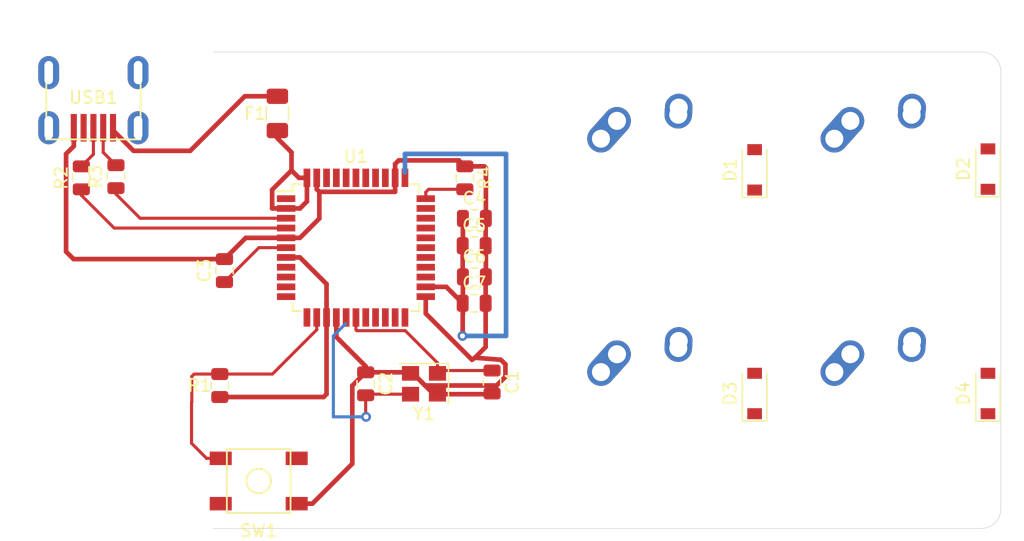
<source format=kicad_pcb>
(kicad_pcb (version 20171130) (host pcbnew "(5.1.5-0-10_14)")

  (general
    (thickness 1.6)
    (drawings 6)
    (tracks 137)
    (zones 0)
    (modules 24)
    (nets 49)
  )

  (page A4)
  (layers
    (0 F.Cu signal)
    (31 B.Cu signal)
    (32 B.Adhes user)
    (33 F.Adhes user)
    (34 B.Paste user)
    (35 F.Paste user)
    (36 B.SilkS user)
    (37 F.SilkS user)
    (38 B.Mask user)
    (39 F.Mask user)
    (40 Dwgs.User user)
    (41 Cmts.User user)
    (42 Eco1.User user)
    (43 Eco2.User user)
    (44 Edge.Cuts user)
    (45 Margin user)
    (46 B.CrtYd user)
    (47 F.CrtYd user)
    (48 B.Fab user)
    (49 F.Fab user)
  )

  (setup
    (last_trace_width 0.254)
    (trace_clearance 0.2)
    (zone_clearance 0.508)
    (zone_45_only no)
    (trace_min 0.2)
    (via_size 0.8)
    (via_drill 0.4)
    (via_min_size 0.4)
    (via_min_drill 0.3)
    (uvia_size 0.3)
    (uvia_drill 0.1)
    (uvias_allowed no)
    (uvia_min_size 0.2)
    (uvia_min_drill 0.1)
    (edge_width 0.05)
    (segment_width 0.2)
    (pcb_text_width 0.3)
    (pcb_text_size 1.5 1.5)
    (mod_edge_width 0.12)
    (mod_text_size 1 1)
    (mod_text_width 0.15)
    (pad_size 1.524 1.524)
    (pad_drill 0.762)
    (pad_to_mask_clearance 0.051)
    (solder_mask_min_width 0.25)
    (aux_axis_origin 0 0)
    (visible_elements FFFFFF7F)
    (pcbplotparams
      (layerselection 0x010fc_ffffffff)
      (usegerberextensions false)
      (usegerberattributes false)
      (usegerberadvancedattributes false)
      (creategerberjobfile false)
      (excludeedgelayer true)
      (linewidth 0.100000)
      (plotframeref false)
      (viasonmask false)
      (mode 1)
      (useauxorigin false)
      (hpglpennumber 1)
      (hpglpenspeed 20)
      (hpglpendiameter 15.000000)
      (psnegative false)
      (psa4output false)
      (plotreference true)
      (plotvalue true)
      (plotinvisibletext false)
      (padsonsilk false)
      (subtractmaskfromsilk false)
      (outputformat 1)
      (mirror false)
      (drillshape 1)
      (scaleselection 1)
      (outputdirectory ""))
  )

  (net 0 "")
  (net 1 GND)
  (net 2 "Net-(C1-Pad1)")
  (net 3 "Net-(C2-Pad2)")
  (net 4 "Net-(C3-Pad1)")
  (net 5 +5V)
  (net 6 "Net-(D1-Pad2)")
  (net 7 ROW0)
  (net 8 "Net-(D2-Pad2)")
  (net 9 "Net-(D3-Pad2)")
  (net 10 ROW1)
  (net 11 "Net-(D4-Pad2)")
  (net 12 VCC)
  (net 13 COL0)
  (net 14 COL1)
  (net 15 "Net-(R1-Pad2)")
  (net 16 D+)
  (net 17 "Net-(R2-Pad1)")
  (net 18 D-)
  (net 19 "Net-(R3-Pad1)")
  (net 20 "Net-(R4-Pad2)")
  (net 21 "Net-(U1-Pad42)")
  (net 22 "Net-(U1-Pad41)")
  (net 23 "Net-(U1-Pad40)")
  (net 24 "Net-(U1-Pad39)")
  (net 25 "Net-(U1-Pad38)")
  (net 26 "Net-(U1-Pad37)")
  (net 27 "Net-(U1-Pad36)")
  (net 28 "Net-(U1-Pad32)")
  (net 29 "Net-(U1-Pad31)")
  (net 30 "Net-(U1-Pad30)")
  (net 31 "Net-(U1-Pad29)")
  (net 32 "Net-(U1-Pad28)")
  (net 33 "Net-(U1-Pad27)")
  (net 34 "Net-(U1-Pad26)")
  (net 35 "Net-(U1-Pad25)")
  (net 36 "Net-(U1-Pad22)")
  (net 37 "Net-(U1-Pad21)")
  (net 38 "Net-(U1-Pad20)")
  (net 39 "Net-(U1-Pad19)")
  (net 40 "Net-(U1-Pad18)")
  (net 41 "Net-(U1-Pad12)")
  (net 42 "Net-(U1-Pad11)")
  (net 43 "Net-(U1-Pad10)")
  (net 44 "Net-(U1-Pad9)")
  (net 45 "Net-(U1-Pad8)")
  (net 46 "Net-(U1-Pad1)")
  (net 47 "Net-(USB1-Pad6)")
  (net 48 "Net-(USB1-Pad2)")

  (net_class Default "This is the default net class."
    (clearance 0.2)
    (trace_width 0.254)
    (via_dia 0.8)
    (via_drill 0.4)
    (uvia_dia 0.3)
    (uvia_drill 0.1)
    (add_net COL0)
    (add_net COL1)
    (add_net D+)
    (add_net D-)
    (add_net "Net-(C1-Pad1)")
    (add_net "Net-(C2-Pad2)")
    (add_net "Net-(C3-Pad1)")
    (add_net "Net-(D1-Pad2)")
    (add_net "Net-(D2-Pad2)")
    (add_net "Net-(D3-Pad2)")
    (add_net "Net-(D4-Pad2)")
    (add_net "Net-(R1-Pad2)")
    (add_net "Net-(R2-Pad1)")
    (add_net "Net-(R3-Pad1)")
    (add_net "Net-(R4-Pad2)")
    (add_net "Net-(U1-Pad1)")
    (add_net "Net-(U1-Pad10)")
    (add_net "Net-(U1-Pad11)")
    (add_net "Net-(U1-Pad12)")
    (add_net "Net-(U1-Pad18)")
    (add_net "Net-(U1-Pad19)")
    (add_net "Net-(U1-Pad20)")
    (add_net "Net-(U1-Pad21)")
    (add_net "Net-(U1-Pad22)")
    (add_net "Net-(U1-Pad25)")
    (add_net "Net-(U1-Pad26)")
    (add_net "Net-(U1-Pad27)")
    (add_net "Net-(U1-Pad28)")
    (add_net "Net-(U1-Pad29)")
    (add_net "Net-(U1-Pad30)")
    (add_net "Net-(U1-Pad31)")
    (add_net "Net-(U1-Pad32)")
    (add_net "Net-(U1-Pad36)")
    (add_net "Net-(U1-Pad37)")
    (add_net "Net-(U1-Pad38)")
    (add_net "Net-(U1-Pad39)")
    (add_net "Net-(U1-Pad40)")
    (add_net "Net-(U1-Pad41)")
    (add_net "Net-(U1-Pad42)")
    (add_net "Net-(U1-Pad8)")
    (add_net "Net-(U1-Pad9)")
    (add_net "Net-(USB1-Pad2)")
    (add_net "Net-(USB1-Pad6)")
    (add_net ROW0)
    (add_net ROW1)
  )

  (net_class Power ""
    (clearance 0.2)
    (trace_width 0.381)
    (via_dia 0.8)
    (via_drill 0.4)
    (uvia_dia 0.3)
    (uvia_drill 0.1)
    (add_net +5V)
    (add_net GND)
    (add_net VCC)
  )

  (module Crystal:Crystal_SMD_3225-4Pin_3.2x2.5mm (layer F.Cu) (tedit 5A0FD1B2) (tstamp 5E4249C8)
    (at 143.41475 114.39525 180)
    (descr "SMD Crystal SERIES SMD3225/4 http://www.txccrystal.com/images/pdf/7m-accuracy.pdf, 3.2x2.5mm^2 package")
    (tags "SMD SMT crystal")
    (path /5E4230D7)
    (attr smd)
    (fp_text reference Y1 (at 0 -2.45) (layer F.SilkS)
      (effects (font (size 1 1) (thickness 0.15)))
    )
    (fp_text value 16MHz (at 0 2.45) (layer F.Fab)
      (effects (font (size 1 1) (thickness 0.15)))
    )
    (fp_line (start 2.1 -1.7) (end -2.1 -1.7) (layer F.CrtYd) (width 0.05))
    (fp_line (start 2.1 1.7) (end 2.1 -1.7) (layer F.CrtYd) (width 0.05))
    (fp_line (start -2.1 1.7) (end 2.1 1.7) (layer F.CrtYd) (width 0.05))
    (fp_line (start -2.1 -1.7) (end -2.1 1.7) (layer F.CrtYd) (width 0.05))
    (fp_line (start -2 1.65) (end 2 1.65) (layer F.SilkS) (width 0.12))
    (fp_line (start -2 -1.65) (end -2 1.65) (layer F.SilkS) (width 0.12))
    (fp_line (start -1.6 0.25) (end -0.6 1.25) (layer F.Fab) (width 0.1))
    (fp_line (start 1.6 -1.25) (end -1.6 -1.25) (layer F.Fab) (width 0.1))
    (fp_line (start 1.6 1.25) (end 1.6 -1.25) (layer F.Fab) (width 0.1))
    (fp_line (start -1.6 1.25) (end 1.6 1.25) (layer F.Fab) (width 0.1))
    (fp_line (start -1.6 -1.25) (end -1.6 1.25) (layer F.Fab) (width 0.1))
    (fp_text user %R (at 0 0) (layer F.Fab)
      (effects (font (size 0.7 0.7) (thickness 0.105)))
    )
    (pad 4 smd rect (at -1.1 -0.85 180) (size 1.4 1.2) (layers F.Cu F.Paste F.Mask)
      (net 1 GND))
    (pad 3 smd rect (at 1.1 -0.85 180) (size 1.4 1.2) (layers F.Cu F.Paste F.Mask)
      (net 3 "Net-(C2-Pad2)"))
    (pad 2 smd rect (at 1.1 0.85 180) (size 1.4 1.2) (layers F.Cu F.Paste F.Mask)
      (net 1 GND))
    (pad 1 smd rect (at -1.1 0.85 180) (size 1.4 1.2) (layers F.Cu F.Paste F.Mask)
      (net 2 "Net-(C1-Pad1)"))
    (model ${KISYS3DMOD}/Crystal.3dshapes/Crystal_SMD_3225-4Pin_3.2x2.5mm.wrl
      (at (xyz 0 0 0))
      (scale (xyz 1 1 1))
      (rotate (xyz 0 0 0))
    )
  )

  (module random-keyboard-parts:Molex-0548190589 (layer F.Cu) (tedit 5C494815) (tstamp 5E424977)
    (at 116.42725 88.99525 270)
    (path /5E437FB2)
    (attr smd)
    (fp_text reference USB1 (at 2.032 0) (layer F.SilkS)
      (effects (font (size 1 1) (thickness 0.15)))
    )
    (fp_text value Molex-0548190589 (at -5.08 0) (layer Dwgs.User)
      (effects (font (size 1 1) (thickness 0.15)))
    )
    (fp_text user %R (at 2 0) (layer F.CrtYd)
      (effects (font (size 1 1) (thickness 0.15)))
    )
    (fp_line (start 3.25 -1.25) (end 5.5 -1.25) (layer F.CrtYd) (width 0.15))
    (fp_line (start 5.5 -0.5) (end 3.25 -0.5) (layer F.CrtYd) (width 0.15))
    (fp_line (start 3.25 0.5) (end 5.5 0.5) (layer F.CrtYd) (width 0.15))
    (fp_line (start 5.5 1.25) (end 3.25 1.25) (layer F.CrtYd) (width 0.15))
    (fp_line (start 3.25 2) (end 5.5 2) (layer F.CrtYd) (width 0.15))
    (fp_line (start 3.25 -2) (end 3.25 2) (layer F.CrtYd) (width 0.15))
    (fp_line (start 5.5 -2) (end 3.25 -2) (layer F.CrtYd) (width 0.15))
    (fp_line (start -3.75 3.75) (end -3.75 -3.75) (layer F.CrtYd) (width 0.15))
    (fp_line (start 5.5 3.75) (end -3.75 3.75) (layer F.CrtYd) (width 0.15))
    (fp_line (start 5.5 -3.75) (end 5.5 3.75) (layer F.CrtYd) (width 0.15))
    (fp_line (start -3.75 -3.75) (end 5.5 -3.75) (layer F.CrtYd) (width 0.15))
    (fp_line (start 0 -3.85) (end 5.45 -3.85) (layer F.SilkS) (width 0.15))
    (fp_line (start 0 3.85) (end 5.45 3.85) (layer F.SilkS) (width 0.15))
    (fp_line (start 5.45 -3.85) (end 5.45 3.85) (layer F.SilkS) (width 0.15))
    (fp_line (start -3.75 -3.85) (end 0 -3.85) (layer Dwgs.User) (width 0.15))
    (fp_line (start -3.75 3.85) (end 0 3.85) (layer Dwgs.User) (width 0.15))
    (fp_line (start -1.75 -4.572) (end -1.75 4.572) (layer Dwgs.User) (width 0.15))
    (fp_line (start -3.75 -3.85) (end -3.75 3.85) (layer Dwgs.User) (width 0.15))
    (pad 6 thru_hole oval (at 0 -3.65 270) (size 2.7 1.7) (drill oval 1.9 0.7) (layers *.Cu *.Mask)
      (net 47 "Net-(USB1-Pad6)"))
    (pad 6 thru_hole oval (at 0 3.65 270) (size 2.7 1.7) (drill oval 1.9 0.7) (layers *.Cu *.Mask)
      (net 47 "Net-(USB1-Pad6)"))
    (pad 6 thru_hole oval (at 4.5 3.65 270) (size 2.7 1.7) (drill oval 1.9 0.7) (layers *.Cu *.Mask)
      (net 47 "Net-(USB1-Pad6)"))
    (pad 6 thru_hole oval (at 4.5 -3.65 270) (size 2.7 1.7) (drill oval 1.9 0.7) (layers *.Cu *.Mask)
      (net 47 "Net-(USB1-Pad6)"))
    (pad 5 smd rect (at 4.5 -1.6 270) (size 2.25 0.5) (layers F.Cu F.Paste F.Mask)
      (net 12 VCC))
    (pad 4 smd rect (at 4.5 -0.8 270) (size 2.25 0.5) (layers F.Cu F.Paste F.Mask)
      (net 18 D-))
    (pad 3 smd rect (at 4.5 0 270) (size 2.25 0.5) (layers F.Cu F.Paste F.Mask)
      (net 16 D+))
    (pad 2 smd rect (at 4.5 0.8 270) (size 2.25 0.5) (layers F.Cu F.Paste F.Mask)
      (net 48 "Net-(USB1-Pad2)"))
    (pad 1 smd rect (at 4.5 1.6 270) (size 2.25 0.5) (layers F.Cu F.Paste F.Mask)
      (net 1 GND))
  )

  (module Package_QFP:TQFP-44_10x10mm_P0.8mm (layer F.Cu) (tedit 5A02F146) (tstamp 5E4248A4)
    (at 137.8585 103.28275)
    (descr "44-Lead Plastic Thin Quad Flatpack (PT) - 10x10x1.0 mm Body [TQFP] (see Microchip Packaging Specification 00000049BS.pdf)")
    (tags "QFP 0.8")
    (path /5E40CCDF)
    (attr smd)
    (fp_text reference U1 (at 0 -7.45) (layer F.SilkS)
      (effects (font (size 1 1) (thickness 0.15)))
    )
    (fp_text value ATmega32U4-AU (at 0 7.45) (layer F.Fab)
      (effects (font (size 1 1) (thickness 0.15)))
    )
    (fp_line (start -5.175 -4.6) (end -6.45 -4.6) (layer F.SilkS) (width 0.15))
    (fp_line (start 5.175 -5.175) (end 4.5 -5.175) (layer F.SilkS) (width 0.15))
    (fp_line (start 5.175 5.175) (end 4.5 5.175) (layer F.SilkS) (width 0.15))
    (fp_line (start -5.175 5.175) (end -4.5 5.175) (layer F.SilkS) (width 0.15))
    (fp_line (start -5.175 -5.175) (end -4.5 -5.175) (layer F.SilkS) (width 0.15))
    (fp_line (start -5.175 5.175) (end -5.175 4.5) (layer F.SilkS) (width 0.15))
    (fp_line (start 5.175 5.175) (end 5.175 4.5) (layer F.SilkS) (width 0.15))
    (fp_line (start 5.175 -5.175) (end 5.175 -4.5) (layer F.SilkS) (width 0.15))
    (fp_line (start -5.175 -5.175) (end -5.175 -4.6) (layer F.SilkS) (width 0.15))
    (fp_line (start -6.7 6.7) (end 6.7 6.7) (layer F.CrtYd) (width 0.05))
    (fp_line (start -6.7 -6.7) (end 6.7 -6.7) (layer F.CrtYd) (width 0.05))
    (fp_line (start 6.7 -6.7) (end 6.7 6.7) (layer F.CrtYd) (width 0.05))
    (fp_line (start -6.7 -6.7) (end -6.7 6.7) (layer F.CrtYd) (width 0.05))
    (fp_line (start -5 -4) (end -4 -5) (layer F.Fab) (width 0.15))
    (fp_line (start -5 5) (end -5 -4) (layer F.Fab) (width 0.15))
    (fp_line (start 5 5) (end -5 5) (layer F.Fab) (width 0.15))
    (fp_line (start 5 -5) (end 5 5) (layer F.Fab) (width 0.15))
    (fp_line (start -4 -5) (end 5 -5) (layer F.Fab) (width 0.15))
    (fp_text user %R (at 0 0) (layer F.Fab)
      (effects (font (size 1 1) (thickness 0.15)))
    )
    (pad 44 smd rect (at -4 -5.7 90) (size 1.5 0.55) (layers F.Cu F.Paste F.Mask)
      (net 5 +5V))
    (pad 43 smd rect (at -3.2 -5.7 90) (size 1.5 0.55) (layers F.Cu F.Paste F.Mask)
      (net 1 GND))
    (pad 42 smd rect (at -2.4 -5.7 90) (size 1.5 0.55) (layers F.Cu F.Paste F.Mask)
      (net 21 "Net-(U1-Pad42)"))
    (pad 41 smd rect (at -1.6 -5.7 90) (size 1.5 0.55) (layers F.Cu F.Paste F.Mask)
      (net 22 "Net-(U1-Pad41)"))
    (pad 40 smd rect (at -0.8 -5.7 90) (size 1.5 0.55) (layers F.Cu F.Paste F.Mask)
      (net 23 "Net-(U1-Pad40)"))
    (pad 39 smd rect (at 0 -5.7 90) (size 1.5 0.55) (layers F.Cu F.Paste F.Mask)
      (net 24 "Net-(U1-Pad39)"))
    (pad 38 smd rect (at 0.8 -5.7 90) (size 1.5 0.55) (layers F.Cu F.Paste F.Mask)
      (net 25 "Net-(U1-Pad38)"))
    (pad 37 smd rect (at 1.6 -5.7 90) (size 1.5 0.55) (layers F.Cu F.Paste F.Mask)
      (net 26 "Net-(U1-Pad37)"))
    (pad 36 smd rect (at 2.4 -5.7 90) (size 1.5 0.55) (layers F.Cu F.Paste F.Mask)
      (net 27 "Net-(U1-Pad36)"))
    (pad 35 smd rect (at 3.2 -5.7 90) (size 1.5 0.55) (layers F.Cu F.Paste F.Mask)
      (net 1 GND))
    (pad 34 smd rect (at 4 -5.7 90) (size 1.5 0.55) (layers F.Cu F.Paste F.Mask)
      (net 5 +5V))
    (pad 33 smd rect (at 5.7 -4) (size 1.5 0.55) (layers F.Cu F.Paste F.Mask)
      (net 20 "Net-(R4-Pad2)"))
    (pad 32 smd rect (at 5.7 -3.2) (size 1.5 0.55) (layers F.Cu F.Paste F.Mask)
      (net 28 "Net-(U1-Pad32)"))
    (pad 31 smd rect (at 5.7 -2.4) (size 1.5 0.55) (layers F.Cu F.Paste F.Mask)
      (net 29 "Net-(U1-Pad31)"))
    (pad 30 smd rect (at 5.7 -1.6) (size 1.5 0.55) (layers F.Cu F.Paste F.Mask)
      (net 30 "Net-(U1-Pad30)"))
    (pad 29 smd rect (at 5.7 -0.8) (size 1.5 0.55) (layers F.Cu F.Paste F.Mask)
      (net 31 "Net-(U1-Pad29)"))
    (pad 28 smd rect (at 5.7 0) (size 1.5 0.55) (layers F.Cu F.Paste F.Mask)
      (net 32 "Net-(U1-Pad28)"))
    (pad 27 smd rect (at 5.7 0.8) (size 1.5 0.55) (layers F.Cu F.Paste F.Mask)
      (net 33 "Net-(U1-Pad27)"))
    (pad 26 smd rect (at 5.7 1.6) (size 1.5 0.55) (layers F.Cu F.Paste F.Mask)
      (net 34 "Net-(U1-Pad26)"))
    (pad 25 smd rect (at 5.7 2.4) (size 1.5 0.55) (layers F.Cu F.Paste F.Mask)
      (net 35 "Net-(U1-Pad25)"))
    (pad 24 smd rect (at 5.7 3.2) (size 1.5 0.55) (layers F.Cu F.Paste F.Mask)
      (net 5 +5V))
    (pad 23 smd rect (at 5.7 4) (size 1.5 0.55) (layers F.Cu F.Paste F.Mask)
      (net 1 GND))
    (pad 22 smd rect (at 4 5.7 90) (size 1.5 0.55) (layers F.Cu F.Paste F.Mask)
      (net 36 "Net-(U1-Pad22)"))
    (pad 21 smd rect (at 3.2 5.7 90) (size 1.5 0.55) (layers F.Cu F.Paste F.Mask)
      (net 37 "Net-(U1-Pad21)"))
    (pad 20 smd rect (at 2.4 5.7 90) (size 1.5 0.55) (layers F.Cu F.Paste F.Mask)
      (net 38 "Net-(U1-Pad20)"))
    (pad 19 smd rect (at 1.6 5.7 90) (size 1.5 0.55) (layers F.Cu F.Paste F.Mask)
      (net 39 "Net-(U1-Pad19)"))
    (pad 18 smd rect (at 0.8 5.7 90) (size 1.5 0.55) (layers F.Cu F.Paste F.Mask)
      (net 40 "Net-(U1-Pad18)"))
    (pad 17 smd rect (at 0 5.7 90) (size 1.5 0.55) (layers F.Cu F.Paste F.Mask)
      (net 2 "Net-(C1-Pad1)"))
    (pad 16 smd rect (at -0.8 5.7 90) (size 1.5 0.55) (layers F.Cu F.Paste F.Mask)
      (net 3 "Net-(C2-Pad2)"))
    (pad 15 smd rect (at -1.6 5.7 90) (size 1.5 0.55) (layers F.Cu F.Paste F.Mask)
      (net 1 GND))
    (pad 14 smd rect (at -2.4 5.7 90) (size 1.5 0.55) (layers F.Cu F.Paste F.Mask)
      (net 5 +5V))
    (pad 13 smd rect (at -3.2 5.7 90) (size 1.5 0.55) (layers F.Cu F.Paste F.Mask)
      (net 15 "Net-(R1-Pad2)"))
    (pad 12 smd rect (at -4 5.7 90) (size 1.5 0.55) (layers F.Cu F.Paste F.Mask)
      (net 41 "Net-(U1-Pad12)"))
    (pad 11 smd rect (at -5.7 4) (size 1.5 0.55) (layers F.Cu F.Paste F.Mask)
      (net 42 "Net-(U1-Pad11)"))
    (pad 10 smd rect (at -5.7 3.2) (size 1.5 0.55) (layers F.Cu F.Paste F.Mask)
      (net 43 "Net-(U1-Pad10)"))
    (pad 9 smd rect (at -5.7 2.4) (size 1.5 0.55) (layers F.Cu F.Paste F.Mask)
      (net 44 "Net-(U1-Pad9)"))
    (pad 8 smd rect (at -5.7 1.6) (size 1.5 0.55) (layers F.Cu F.Paste F.Mask)
      (net 45 "Net-(U1-Pad8)"))
    (pad 7 smd rect (at -5.7 0.8) (size 1.5 0.55) (layers F.Cu F.Paste F.Mask)
      (net 5 +5V))
    (pad 6 smd rect (at -5.7 0) (size 1.5 0.55) (layers F.Cu F.Paste F.Mask)
      (net 4 "Net-(C3-Pad1)"))
    (pad 5 smd rect (at -5.7 -0.8) (size 1.5 0.55) (layers F.Cu F.Paste F.Mask)
      (net 1 GND))
    (pad 4 smd rect (at -5.7 -1.6) (size 1.5 0.55) (layers F.Cu F.Paste F.Mask)
      (net 17 "Net-(R2-Pad1)"))
    (pad 3 smd rect (at -5.7 -2.4) (size 1.5 0.55) (layers F.Cu F.Paste F.Mask)
      (net 19 "Net-(R3-Pad1)"))
    (pad 2 smd rect (at -5.7 -3.2) (size 1.5 0.55) (layers F.Cu F.Paste F.Mask)
      (net 5 +5V))
    (pad 1 smd rect (at -5.7 -4) (size 1.5 0.55) (layers F.Cu F.Paste F.Mask)
      (net 46 "Net-(U1-Pad1)"))
    (model ${KISYS3DMOD}/Package_QFP.3dshapes/TQFP-44_10x10mm_P0.8mm.wrl
      (at (xyz 0 0 0))
      (scale (xyz 1 1 1))
      (rotate (xyz 0 0 0))
    )
  )

  (module random-keyboard-parts:SKQG-1155865 (layer F.Cu) (tedit 5C42C5DE) (tstamp 5E424420)
    (at 129.921 122.33275)
    (path /5E42DAE8)
    (attr smd)
    (fp_text reference SW1 (at 0 4.064) (layer F.SilkS)
      (effects (font (size 1 1) (thickness 0.15)))
    )
    (fp_text value SW_Push (at 0 -4.064) (layer F.Fab)
      (effects (font (size 1 1) (thickness 0.15)))
    )
    (fp_line (start -2.6 -2.6) (end 2.6 -2.6) (layer F.SilkS) (width 0.15))
    (fp_line (start 2.6 -2.6) (end 2.6 2.6) (layer F.SilkS) (width 0.15))
    (fp_line (start 2.6 2.6) (end -2.6 2.6) (layer F.SilkS) (width 0.15))
    (fp_line (start -2.6 2.6) (end -2.6 -2.6) (layer F.SilkS) (width 0.15))
    (fp_circle (center 0 0) (end 1 0) (layer F.SilkS) (width 0.15))
    (fp_line (start -4.2 -2.6) (end 4.2 -2.6) (layer F.Fab) (width 0.15))
    (fp_line (start 4.2 -2.6) (end 4.2 -1.2) (layer F.Fab) (width 0.15))
    (fp_line (start 4.2 -1.1) (end 2.6 -1.1) (layer F.Fab) (width 0.15))
    (fp_line (start 2.6 -1.1) (end 2.6 1.1) (layer F.Fab) (width 0.15))
    (fp_line (start 2.6 1.1) (end 4.2 1.1) (layer F.Fab) (width 0.15))
    (fp_line (start 4.2 1.1) (end 4.2 2.6) (layer F.Fab) (width 0.15))
    (fp_line (start 4.2 2.6) (end -4.2 2.6) (layer F.Fab) (width 0.15))
    (fp_line (start -4.2 2.6) (end -4.2 1.1) (layer F.Fab) (width 0.15))
    (fp_line (start -4.2 1.1) (end -2.6 1.1) (layer F.Fab) (width 0.15))
    (fp_line (start -2.6 1.1) (end -2.6 -1.1) (layer F.Fab) (width 0.15))
    (fp_line (start -2.6 -1.1) (end -4.2 -1.1) (layer F.Fab) (width 0.15))
    (fp_line (start -4.2 -1.1) (end -4.2 -2.6) (layer F.Fab) (width 0.15))
    (fp_circle (center 0 0) (end 1 0) (layer F.Fab) (width 0.15))
    (fp_line (start -2.6 -1.1) (end -1.1 -2.6) (layer F.Fab) (width 0.15))
    (fp_line (start 2.6 -1.1) (end 1.1 -2.6) (layer F.Fab) (width 0.15))
    (fp_line (start 2.6 1.1) (end 1.1 2.6) (layer F.Fab) (width 0.15))
    (fp_line (start -2.6 1.1) (end -1.1 2.6) (layer F.Fab) (width 0.15))
    (pad 4 smd rect (at -3.1 1.85) (size 1.8 1.1) (layers F.Cu F.Paste F.Mask))
    (pad 3 smd rect (at 3.1 -1.85) (size 1.8 1.1) (layers F.Cu F.Paste F.Mask))
    (pad 2 smd rect (at -3.1 -1.85) (size 1.8 1.1) (layers F.Cu F.Paste F.Mask)
      (net 15 "Net-(R1-Pad2)"))
    (pad 1 smd rect (at 3.1 1.85) (size 1.8 1.1) (layers F.Cu F.Paste F.Mask)
      (net 1 GND))
  )

  (module Resistor_SMD:R_0805_2012Metric (layer F.Cu) (tedit 5B36C52B) (tstamp 5E424842)
    (at 146.7485 97.58275 270)
    (descr "Resistor SMD 0805 (2012 Metric), square (rectangular) end terminal, IPC_7351 nominal, (Body size source: https://docs.google.com/spreadsheets/d/1BsfQQcO9C6DZCsRaXUlFlo91Tg2WpOkGARC1WS5S8t0/edit?usp=sharing), generated with kicad-footprint-generator")
    (tags resistor)
    (path /5E418B9B)
    (attr smd)
    (fp_text reference R4 (at 0 -1.65 90) (layer F.SilkS)
      (effects (font (size 1 1) (thickness 0.15)))
    )
    (fp_text value 10k (at 0 1.65 90) (layer F.Fab)
      (effects (font (size 1 1) (thickness 0.15)))
    )
    (fp_text user %R (at 0 0 90) (layer F.Fab)
      (effects (font (size 0.5 0.5) (thickness 0.08)))
    )
    (fp_line (start 1.68 0.95) (end -1.68 0.95) (layer F.CrtYd) (width 0.05))
    (fp_line (start 1.68 -0.95) (end 1.68 0.95) (layer F.CrtYd) (width 0.05))
    (fp_line (start -1.68 -0.95) (end 1.68 -0.95) (layer F.CrtYd) (width 0.05))
    (fp_line (start -1.68 0.95) (end -1.68 -0.95) (layer F.CrtYd) (width 0.05))
    (fp_line (start -0.258578 0.71) (end 0.258578 0.71) (layer F.SilkS) (width 0.12))
    (fp_line (start -0.258578 -0.71) (end 0.258578 -0.71) (layer F.SilkS) (width 0.12))
    (fp_line (start 1 0.6) (end -1 0.6) (layer F.Fab) (width 0.1))
    (fp_line (start 1 -0.6) (end 1 0.6) (layer F.Fab) (width 0.1))
    (fp_line (start -1 -0.6) (end 1 -0.6) (layer F.Fab) (width 0.1))
    (fp_line (start -1 0.6) (end -1 -0.6) (layer F.Fab) (width 0.1))
    (pad 2 smd roundrect (at 0.9375 0 270) (size 0.975 1.4) (layers F.Cu F.Paste F.Mask) (roundrect_rratio 0.25)
      (net 20 "Net-(R4-Pad2)"))
    (pad 1 smd roundrect (at -0.9375 0 270) (size 0.975 1.4) (layers F.Cu F.Paste F.Mask) (roundrect_rratio 0.25)
      (net 1 GND))
    (model ${KISYS3DMOD}/Resistor_SMD.3dshapes/R_0805_2012Metric.wrl
      (at (xyz 0 0 0))
      (scale (xyz 1 1 1))
      (rotate (xyz 0 0 0))
    )
  )

  (module Resistor_SMD:R_0805_2012Metric (layer F.Cu) (tedit 5B36C52B) (tstamp 5E42446A)
    (at 118.26875 97.4875 90)
    (descr "Resistor SMD 0805 (2012 Metric), square (rectangular) end terminal, IPC_7351 nominal, (Body size source: https://docs.google.com/spreadsheets/d/1BsfQQcO9C6DZCsRaXUlFlo91Tg2WpOkGARC1WS5S8t0/edit?usp=sharing), generated with kicad-footprint-generator")
    (tags resistor)
    (path /5E41A4C5)
    (attr smd)
    (fp_text reference R3 (at 0 -1.65 90) (layer F.SilkS)
      (effects (font (size 1 1) (thickness 0.15)))
    )
    (fp_text value 22 (at 0 1.65 90) (layer F.Fab)
      (effects (font (size 1 1) (thickness 0.15)))
    )
    (fp_text user %R (at 0 0 90) (layer F.Fab)
      (effects (font (size 0.5 0.5) (thickness 0.08)))
    )
    (fp_line (start 1.68 0.95) (end -1.68 0.95) (layer F.CrtYd) (width 0.05))
    (fp_line (start 1.68 -0.95) (end 1.68 0.95) (layer F.CrtYd) (width 0.05))
    (fp_line (start -1.68 -0.95) (end 1.68 -0.95) (layer F.CrtYd) (width 0.05))
    (fp_line (start -1.68 0.95) (end -1.68 -0.95) (layer F.CrtYd) (width 0.05))
    (fp_line (start -0.258578 0.71) (end 0.258578 0.71) (layer F.SilkS) (width 0.12))
    (fp_line (start -0.258578 -0.71) (end 0.258578 -0.71) (layer F.SilkS) (width 0.12))
    (fp_line (start 1 0.6) (end -1 0.6) (layer F.Fab) (width 0.1))
    (fp_line (start 1 -0.6) (end 1 0.6) (layer F.Fab) (width 0.1))
    (fp_line (start -1 -0.6) (end 1 -0.6) (layer F.Fab) (width 0.1))
    (fp_line (start -1 0.6) (end -1 -0.6) (layer F.Fab) (width 0.1))
    (pad 2 smd roundrect (at 0.9375 0 90) (size 0.975 1.4) (layers F.Cu F.Paste F.Mask) (roundrect_rratio 0.25)
      (net 18 D-))
    (pad 1 smd roundrect (at -0.9375 0 90) (size 0.975 1.4) (layers F.Cu F.Paste F.Mask) (roundrect_rratio 0.25)
      (net 19 "Net-(R3-Pad1)"))
    (model ${KISYS3DMOD}/Resistor_SMD.3dshapes/R_0805_2012Metric.wrl
      (at (xyz 0 0 0))
      (scale (xyz 1 1 1))
      (rotate (xyz 0 0 0))
    )
  )

  (module Resistor_SMD:R_0805_2012Metric (layer F.Cu) (tedit 5B36C52B) (tstamp 5E42449A)
    (at 115.443 97.5845 90)
    (descr "Resistor SMD 0805 (2012 Metric), square (rectangular) end terminal, IPC_7351 nominal, (Body size source: https://docs.google.com/spreadsheets/d/1BsfQQcO9C6DZCsRaXUlFlo91Tg2WpOkGARC1WS5S8t0/edit?usp=sharing), generated with kicad-footprint-generator")
    (tags resistor)
    (path /5E419BFF)
    (attr smd)
    (fp_text reference R2 (at 0 -1.65 90) (layer F.SilkS)
      (effects (font (size 1 1) (thickness 0.15)))
    )
    (fp_text value 22 (at 0 1.65 90) (layer F.Fab)
      (effects (font (size 1 1) (thickness 0.15)))
    )
    (fp_text user %R (at 0 0 90) (layer F.Fab)
      (effects (font (size 0.5 0.5) (thickness 0.08)))
    )
    (fp_line (start 1.68 0.95) (end -1.68 0.95) (layer F.CrtYd) (width 0.05))
    (fp_line (start 1.68 -0.95) (end 1.68 0.95) (layer F.CrtYd) (width 0.05))
    (fp_line (start -1.68 -0.95) (end 1.68 -0.95) (layer F.CrtYd) (width 0.05))
    (fp_line (start -1.68 0.95) (end -1.68 -0.95) (layer F.CrtYd) (width 0.05))
    (fp_line (start -0.258578 0.71) (end 0.258578 0.71) (layer F.SilkS) (width 0.12))
    (fp_line (start -0.258578 -0.71) (end 0.258578 -0.71) (layer F.SilkS) (width 0.12))
    (fp_line (start 1 0.6) (end -1 0.6) (layer F.Fab) (width 0.1))
    (fp_line (start 1 -0.6) (end 1 0.6) (layer F.Fab) (width 0.1))
    (fp_line (start -1 -0.6) (end 1 -0.6) (layer F.Fab) (width 0.1))
    (fp_line (start -1 0.6) (end -1 -0.6) (layer F.Fab) (width 0.1))
    (pad 2 smd roundrect (at 0.9375 0 90) (size 0.975 1.4) (layers F.Cu F.Paste F.Mask) (roundrect_rratio 0.25)
      (net 16 D+))
    (pad 1 smd roundrect (at -0.9375 0 90) (size 0.975 1.4) (layers F.Cu F.Paste F.Mask) (roundrect_rratio 0.25)
      (net 17 "Net-(R2-Pad1)"))
    (model ${KISYS3DMOD}/Resistor_SMD.3dshapes/R_0805_2012Metric.wrl
      (at (xyz 0 0 0))
      (scale (xyz 1 1 1))
      (rotate (xyz 0 0 0))
    )
  )

  (module Resistor_SMD:R_0805_2012Metric (layer F.Cu) (tedit 5B36C52B) (tstamp 5E424692)
    (at 126.746 114.539 90)
    (descr "Resistor SMD 0805 (2012 Metric), square (rectangular) end terminal, IPC_7351 nominal, (Body size source: https://docs.google.com/spreadsheets/d/1BsfQQcO9C6DZCsRaXUlFlo91Tg2WpOkGARC1WS5S8t0/edit?usp=sharing), generated with kicad-footprint-generator")
    (tags resistor)
    (path /5E431833)
    (attr smd)
    (fp_text reference R1 (at 0 -1.65 180) (layer F.SilkS)
      (effects (font (size 1 1) (thickness 0.15)))
    )
    (fp_text value 10k (at 0 1.65 90) (layer F.Fab)
      (effects (font (size 1 1) (thickness 0.15)))
    )
    (fp_text user %R (at 0 0 90) (layer F.Fab)
      (effects (font (size 0.5 0.5) (thickness 0.08)))
    )
    (fp_line (start 1.68 0.95) (end -1.68 0.95) (layer F.CrtYd) (width 0.05))
    (fp_line (start 1.68 -0.95) (end 1.68 0.95) (layer F.CrtYd) (width 0.05))
    (fp_line (start -1.68 -0.95) (end 1.68 -0.95) (layer F.CrtYd) (width 0.05))
    (fp_line (start -1.68 0.95) (end -1.68 -0.95) (layer F.CrtYd) (width 0.05))
    (fp_line (start -0.258578 0.71) (end 0.258578 0.71) (layer F.SilkS) (width 0.12))
    (fp_line (start -0.258578 -0.71) (end 0.258578 -0.71) (layer F.SilkS) (width 0.12))
    (fp_line (start 1 0.6) (end -1 0.6) (layer F.Fab) (width 0.1))
    (fp_line (start 1 -0.6) (end 1 0.6) (layer F.Fab) (width 0.1))
    (fp_line (start -1 -0.6) (end 1 -0.6) (layer F.Fab) (width 0.1))
    (fp_line (start -1 0.6) (end -1 -0.6) (layer F.Fab) (width 0.1))
    (pad 2 smd roundrect (at 0.9375 0 90) (size 0.975 1.4) (layers F.Cu F.Paste F.Mask) (roundrect_rratio 0.25)
      (net 15 "Net-(R1-Pad2)"))
    (pad 1 smd roundrect (at -0.9375 0 90) (size 0.975 1.4) (layers F.Cu F.Paste F.Mask) (roundrect_rratio 0.25)
      (net 5 +5V))
    (model ${KISYS3DMOD}/Resistor_SMD.3dshapes/R_0805_2012Metric.wrl
      (at (xyz 0 0 0))
      (scale (xyz 1 1 1))
      (rotate (xyz 0 0 0))
    )
  )

  (module MX_Alps_Hybrid:MX-1U-NoLED (layer F.Cu) (tedit 5A9F5203) (tstamp 5E4244D0)
    (at 180.721 115.98275)
    (path /5E444989)
    (fp_text reference MX4 (at 0 3.175) (layer Dwgs.User)
      (effects (font (size 1 1) (thickness 0.15)))
    )
    (fp_text value MX-NoLED (at 0 -7.9375) (layer Dwgs.User)
      (effects (font (size 1 1) (thickness 0.15)))
    )
    (fp_line (start -9.525 9.525) (end -9.525 -9.525) (layer Dwgs.User) (width 0.15))
    (fp_line (start 9.525 9.525) (end -9.525 9.525) (layer Dwgs.User) (width 0.15))
    (fp_line (start 9.525 -9.525) (end 9.525 9.525) (layer Dwgs.User) (width 0.15))
    (fp_line (start -9.525 -9.525) (end 9.525 -9.525) (layer Dwgs.User) (width 0.15))
    (fp_line (start -7 -7) (end -7 -5) (layer Dwgs.User) (width 0.15))
    (fp_line (start -5 -7) (end -7 -7) (layer Dwgs.User) (width 0.15))
    (fp_line (start -7 7) (end -5 7) (layer Dwgs.User) (width 0.15))
    (fp_line (start -7 5) (end -7 7) (layer Dwgs.User) (width 0.15))
    (fp_line (start 7 7) (end 7 5) (layer Dwgs.User) (width 0.15))
    (fp_line (start 5 7) (end 7 7) (layer Dwgs.User) (width 0.15))
    (fp_line (start 7 -7) (end 7 -5) (layer Dwgs.User) (width 0.15))
    (fp_line (start 5 -7) (end 7 -7) (layer Dwgs.User) (width 0.15))
    (pad "" np_thru_hole circle (at 5.08 0 48.0996) (size 1.75 1.75) (drill 1.75) (layers *.Cu *.Mask))
    (pad "" np_thru_hole circle (at -5.08 0 48.0996) (size 1.75 1.75) (drill 1.75) (layers *.Cu *.Mask))
    (pad 1 thru_hole circle (at -2.5 -4) (size 2.25 2.25) (drill 1.47) (layers *.Cu B.Mask)
      (net 14 COL1))
    (pad "" np_thru_hole circle (at 0 0) (size 3.9878 3.9878) (drill 3.9878) (layers *.Cu *.Mask))
    (pad 1 thru_hole oval (at -3.81 -2.54 48.0996) (size 4.211556 2.25) (drill 1.47 (offset 0.980778 0)) (layers *.Cu B.Mask)
      (net 14 COL1))
    (pad 2 thru_hole circle (at 2.54 -5.08) (size 2.25 2.25) (drill 1.47) (layers *.Cu B.Mask)
      (net 11 "Net-(D4-Pad2)"))
    (pad 2 thru_hole oval (at 2.5 -4.5 86.0548) (size 2.831378 2.25) (drill 1.47 (offset 0.290689 0)) (layers *.Cu B.Mask)
      (net 11 "Net-(D4-Pad2)"))
  )

  (module MX_Alps_Hybrid:MX-1U-NoLED (layer F.Cu) (tedit 5A9F5203) (tstamp 5E424512)
    (at 161.671 115.98275)
    (path /5E444505)
    (fp_text reference MX3 (at 0 3.175) (layer Dwgs.User)
      (effects (font (size 1 1) (thickness 0.15)))
    )
    (fp_text value MX-NoLED (at 0 -7.9375) (layer Dwgs.User)
      (effects (font (size 1 1) (thickness 0.15)))
    )
    (fp_line (start -9.525 9.525) (end -9.525 -9.525) (layer Dwgs.User) (width 0.15))
    (fp_line (start 9.525 9.525) (end -9.525 9.525) (layer Dwgs.User) (width 0.15))
    (fp_line (start 9.525 -9.525) (end 9.525 9.525) (layer Dwgs.User) (width 0.15))
    (fp_line (start -9.525 -9.525) (end 9.525 -9.525) (layer Dwgs.User) (width 0.15))
    (fp_line (start -7 -7) (end -7 -5) (layer Dwgs.User) (width 0.15))
    (fp_line (start -5 -7) (end -7 -7) (layer Dwgs.User) (width 0.15))
    (fp_line (start -7 7) (end -5 7) (layer Dwgs.User) (width 0.15))
    (fp_line (start -7 5) (end -7 7) (layer Dwgs.User) (width 0.15))
    (fp_line (start 7 7) (end 7 5) (layer Dwgs.User) (width 0.15))
    (fp_line (start 5 7) (end 7 7) (layer Dwgs.User) (width 0.15))
    (fp_line (start 7 -7) (end 7 -5) (layer Dwgs.User) (width 0.15))
    (fp_line (start 5 -7) (end 7 -7) (layer Dwgs.User) (width 0.15))
    (pad "" np_thru_hole circle (at 5.08 0 48.0996) (size 1.75 1.75) (drill 1.75) (layers *.Cu *.Mask))
    (pad "" np_thru_hole circle (at -5.08 0 48.0996) (size 1.75 1.75) (drill 1.75) (layers *.Cu *.Mask))
    (pad 1 thru_hole circle (at -2.5 -4) (size 2.25 2.25) (drill 1.47) (layers *.Cu B.Mask)
      (net 13 COL0))
    (pad "" np_thru_hole circle (at 0 0) (size 3.9878 3.9878) (drill 3.9878) (layers *.Cu *.Mask))
    (pad 1 thru_hole oval (at -3.81 -2.54 48.0996) (size 4.211556 2.25) (drill 1.47 (offset 0.980778 0)) (layers *.Cu B.Mask)
      (net 13 COL0))
    (pad 2 thru_hole circle (at 2.54 -5.08) (size 2.25 2.25) (drill 1.47) (layers *.Cu B.Mask)
      (net 9 "Net-(D3-Pad2)"))
    (pad 2 thru_hole oval (at 2.5 -4.5 86.0548) (size 2.831378 2.25) (drill 1.47 (offset 0.290689 0)) (layers *.Cu B.Mask)
      (net 9 "Net-(D3-Pad2)"))
  )

  (module MX_Alps_Hybrid:MX-1U-NoLED (layer F.Cu) (tedit 5A9F5203) (tstamp 5E424554)
    (at 180.721 96.93275)
    (path /5E443A73)
    (fp_text reference MX2 (at 0 3.175) (layer Dwgs.User)
      (effects (font (size 1 1) (thickness 0.15)))
    )
    (fp_text value MX-NoLED (at 0 -7.9375) (layer Dwgs.User)
      (effects (font (size 1 1) (thickness 0.15)))
    )
    (fp_line (start -9.525 9.525) (end -9.525 -9.525) (layer Dwgs.User) (width 0.15))
    (fp_line (start 9.525 9.525) (end -9.525 9.525) (layer Dwgs.User) (width 0.15))
    (fp_line (start 9.525 -9.525) (end 9.525 9.525) (layer Dwgs.User) (width 0.15))
    (fp_line (start -9.525 -9.525) (end 9.525 -9.525) (layer Dwgs.User) (width 0.15))
    (fp_line (start -7 -7) (end -7 -5) (layer Dwgs.User) (width 0.15))
    (fp_line (start -5 -7) (end -7 -7) (layer Dwgs.User) (width 0.15))
    (fp_line (start -7 7) (end -5 7) (layer Dwgs.User) (width 0.15))
    (fp_line (start -7 5) (end -7 7) (layer Dwgs.User) (width 0.15))
    (fp_line (start 7 7) (end 7 5) (layer Dwgs.User) (width 0.15))
    (fp_line (start 5 7) (end 7 7) (layer Dwgs.User) (width 0.15))
    (fp_line (start 7 -7) (end 7 -5) (layer Dwgs.User) (width 0.15))
    (fp_line (start 5 -7) (end 7 -7) (layer Dwgs.User) (width 0.15))
    (pad "" np_thru_hole circle (at 5.08 0 48.0996) (size 1.75 1.75) (drill 1.75) (layers *.Cu *.Mask))
    (pad "" np_thru_hole circle (at -5.08 0 48.0996) (size 1.75 1.75) (drill 1.75) (layers *.Cu *.Mask))
    (pad 1 thru_hole circle (at -2.5 -4) (size 2.25 2.25) (drill 1.47) (layers *.Cu B.Mask)
      (net 14 COL1))
    (pad "" np_thru_hole circle (at 0 0) (size 3.9878 3.9878) (drill 3.9878) (layers *.Cu *.Mask))
    (pad 1 thru_hole oval (at -3.81 -2.54 48.0996) (size 4.211556 2.25) (drill 1.47 (offset 0.980778 0)) (layers *.Cu B.Mask)
      (net 14 COL1))
    (pad 2 thru_hole circle (at 2.54 -5.08) (size 2.25 2.25) (drill 1.47) (layers *.Cu B.Mask)
      (net 8 "Net-(D2-Pad2)"))
    (pad 2 thru_hole oval (at 2.5 -4.5 86.0548) (size 2.831378 2.25) (drill 1.47 (offset 0.290689 0)) (layers *.Cu B.Mask)
      (net 8 "Net-(D2-Pad2)"))
  )

  (module MX_Alps_Hybrid:MX-1U-NoLED (layer F.Cu) (tedit 5A9F5203) (tstamp 5E424596)
    (at 161.671 96.93275)
    (path /5E443291)
    (fp_text reference MX1 (at 0 3.175) (layer Dwgs.User)
      (effects (font (size 1 1) (thickness 0.15)))
    )
    (fp_text value MX-NoLED (at 0 -7.9375) (layer Dwgs.User)
      (effects (font (size 1 1) (thickness 0.15)))
    )
    (fp_line (start -9.525 9.525) (end -9.525 -9.525) (layer Dwgs.User) (width 0.15))
    (fp_line (start 9.525 9.525) (end -9.525 9.525) (layer Dwgs.User) (width 0.15))
    (fp_line (start 9.525 -9.525) (end 9.525 9.525) (layer Dwgs.User) (width 0.15))
    (fp_line (start -9.525 -9.525) (end 9.525 -9.525) (layer Dwgs.User) (width 0.15))
    (fp_line (start -7 -7) (end -7 -5) (layer Dwgs.User) (width 0.15))
    (fp_line (start -5 -7) (end -7 -7) (layer Dwgs.User) (width 0.15))
    (fp_line (start -7 7) (end -5 7) (layer Dwgs.User) (width 0.15))
    (fp_line (start -7 5) (end -7 7) (layer Dwgs.User) (width 0.15))
    (fp_line (start 7 7) (end 7 5) (layer Dwgs.User) (width 0.15))
    (fp_line (start 5 7) (end 7 7) (layer Dwgs.User) (width 0.15))
    (fp_line (start 7 -7) (end 7 -5) (layer Dwgs.User) (width 0.15))
    (fp_line (start 5 -7) (end 7 -7) (layer Dwgs.User) (width 0.15))
    (pad "" np_thru_hole circle (at 5.08 0 48.0996) (size 1.75 1.75) (drill 1.75) (layers *.Cu *.Mask))
    (pad "" np_thru_hole circle (at -5.08 0 48.0996) (size 1.75 1.75) (drill 1.75) (layers *.Cu *.Mask))
    (pad 1 thru_hole circle (at -2.5 -4) (size 2.25 2.25) (drill 1.47) (layers *.Cu B.Mask)
      (net 13 COL0))
    (pad "" np_thru_hole circle (at 0 0) (size 3.9878 3.9878) (drill 3.9878) (layers *.Cu *.Mask))
    (pad 1 thru_hole oval (at -3.81 -2.54 48.0996) (size 4.211556 2.25) (drill 1.47 (offset 0.980778 0)) (layers *.Cu B.Mask)
      (net 13 COL0))
    (pad 2 thru_hole circle (at 2.54 -5.08) (size 2.25 2.25) (drill 1.47) (layers *.Cu B.Mask)
      (net 6 "Net-(D1-Pad2)"))
    (pad 2 thru_hole oval (at 2.5 -4.5 86.0548) (size 2.831378 2.25) (drill 1.47 (offset 0.290689 0)) (layers *.Cu B.Mask)
      (net 6 "Net-(D1-Pad2)"))
  )

  (module Fuse:Fuse_1206_3216Metric (layer F.Cu) (tedit 5B301BBE) (tstamp 5E4245D2)
    (at 131.445 92.326 90)
    (descr "Fuse SMD 1206 (3216 Metric), square (rectangular) end terminal, IPC_7351 nominal, (Body size source: http://www.tortai-tech.com/upload/download/2011102023233369053.pdf), generated with kicad-footprint-generator")
    (tags resistor)
    (path /5E43A353)
    (attr smd)
    (fp_text reference F1 (at 0 -1.82 180) (layer F.SilkS)
      (effects (font (size 1 1) (thickness 0.15)))
    )
    (fp_text value 500mA (at 0 1.82 90) (layer F.Fab)
      (effects (font (size 1 1) (thickness 0.15)))
    )
    (fp_text user %R (at 0 0 90) (layer F.Fab)
      (effects (font (size 0.8 0.8) (thickness 0.12)))
    )
    (fp_line (start 2.28 1.12) (end -2.28 1.12) (layer F.CrtYd) (width 0.05))
    (fp_line (start 2.28 -1.12) (end 2.28 1.12) (layer F.CrtYd) (width 0.05))
    (fp_line (start -2.28 -1.12) (end 2.28 -1.12) (layer F.CrtYd) (width 0.05))
    (fp_line (start -2.28 1.12) (end -2.28 -1.12) (layer F.CrtYd) (width 0.05))
    (fp_line (start -0.602064 0.91) (end 0.602064 0.91) (layer F.SilkS) (width 0.12))
    (fp_line (start -0.602064 -0.91) (end 0.602064 -0.91) (layer F.SilkS) (width 0.12))
    (fp_line (start 1.6 0.8) (end -1.6 0.8) (layer F.Fab) (width 0.1))
    (fp_line (start 1.6 -0.8) (end 1.6 0.8) (layer F.Fab) (width 0.1))
    (fp_line (start -1.6 -0.8) (end 1.6 -0.8) (layer F.Fab) (width 0.1))
    (fp_line (start -1.6 0.8) (end -1.6 -0.8) (layer F.Fab) (width 0.1))
    (pad 2 smd roundrect (at 1.4 0 90) (size 1.25 1.75) (layers F.Cu F.Paste F.Mask) (roundrect_rratio 0.2)
      (net 12 VCC))
    (pad 1 smd roundrect (at -1.4 0 90) (size 1.25 1.75) (layers F.Cu F.Paste F.Mask) (roundrect_rratio 0.2)
      (net 5 +5V))
    (model ${KISYS3DMOD}/Fuse.3dshapes/Fuse_1206_3216Metric.wrl
      (at (xyz 0 0 0))
      (scale (xyz 1 1 1))
      (rotate (xyz 0 0 0))
    )
  )

  (module Diode_SMD:D_SOD-123 (layer F.Cu) (tedit 58645DC7) (tstamp 5E42460A)
    (at 189.45225 115.189 90)
    (descr SOD-123)
    (tags SOD-123)
    (path /5E44658E)
    (attr smd)
    (fp_text reference D4 (at 0 -2 90) (layer F.SilkS)
      (effects (font (size 1 1) (thickness 0.15)))
    )
    (fp_text value D_Small (at 0 2.1 90) (layer F.Fab)
      (effects (font (size 1 1) (thickness 0.15)))
    )
    (fp_line (start -2.25 -1) (end 1.65 -1) (layer F.SilkS) (width 0.12))
    (fp_line (start -2.25 1) (end 1.65 1) (layer F.SilkS) (width 0.12))
    (fp_line (start -2.35 -1.15) (end -2.35 1.15) (layer F.CrtYd) (width 0.05))
    (fp_line (start 2.35 1.15) (end -2.35 1.15) (layer F.CrtYd) (width 0.05))
    (fp_line (start 2.35 -1.15) (end 2.35 1.15) (layer F.CrtYd) (width 0.05))
    (fp_line (start -2.35 -1.15) (end 2.35 -1.15) (layer F.CrtYd) (width 0.05))
    (fp_line (start -1.4 -0.9) (end 1.4 -0.9) (layer F.Fab) (width 0.1))
    (fp_line (start 1.4 -0.9) (end 1.4 0.9) (layer F.Fab) (width 0.1))
    (fp_line (start 1.4 0.9) (end -1.4 0.9) (layer F.Fab) (width 0.1))
    (fp_line (start -1.4 0.9) (end -1.4 -0.9) (layer F.Fab) (width 0.1))
    (fp_line (start -0.75 0) (end -0.35 0) (layer F.Fab) (width 0.1))
    (fp_line (start -0.35 0) (end -0.35 -0.55) (layer F.Fab) (width 0.1))
    (fp_line (start -0.35 0) (end -0.35 0.55) (layer F.Fab) (width 0.1))
    (fp_line (start -0.35 0) (end 0.25 -0.4) (layer F.Fab) (width 0.1))
    (fp_line (start 0.25 -0.4) (end 0.25 0.4) (layer F.Fab) (width 0.1))
    (fp_line (start 0.25 0.4) (end -0.35 0) (layer F.Fab) (width 0.1))
    (fp_line (start 0.25 0) (end 0.75 0) (layer F.Fab) (width 0.1))
    (fp_line (start -2.25 -1) (end -2.25 1) (layer F.SilkS) (width 0.12))
    (fp_text user %R (at 0 -2 90) (layer F.Fab)
      (effects (font (size 1 1) (thickness 0.15)))
    )
    (pad 2 smd rect (at 1.65 0 90) (size 0.9 1.2) (layers F.Cu F.Paste F.Mask)
      (net 11 "Net-(D4-Pad2)"))
    (pad 1 smd rect (at -1.65 0 90) (size 0.9 1.2) (layers F.Cu F.Paste F.Mask)
      (net 10 ROW1))
    (model ${KISYS3DMOD}/Diode_SMD.3dshapes/D_SOD-123.wrl
      (at (xyz 0 0 0))
      (scale (xyz 1 1 1))
      (rotate (xyz 0 0 0))
    )
  )

  (module Diode_SMD:D_SOD-123 (layer F.Cu) (tedit 58645DC7) (tstamp 5E424652)
    (at 170.40225 115.189 90)
    (descr SOD-123)
    (tags SOD-123)
    (path /5E445B2E)
    (attr smd)
    (fp_text reference D3 (at 0 -2 90) (layer F.SilkS)
      (effects (font (size 1 1) (thickness 0.15)))
    )
    (fp_text value D_Small (at 0 2.1 90) (layer F.Fab)
      (effects (font (size 1 1) (thickness 0.15)))
    )
    (fp_line (start -2.25 -1) (end 1.65 -1) (layer F.SilkS) (width 0.12))
    (fp_line (start -2.25 1) (end 1.65 1) (layer F.SilkS) (width 0.12))
    (fp_line (start -2.35 -1.15) (end -2.35 1.15) (layer F.CrtYd) (width 0.05))
    (fp_line (start 2.35 1.15) (end -2.35 1.15) (layer F.CrtYd) (width 0.05))
    (fp_line (start 2.35 -1.15) (end 2.35 1.15) (layer F.CrtYd) (width 0.05))
    (fp_line (start -2.35 -1.15) (end 2.35 -1.15) (layer F.CrtYd) (width 0.05))
    (fp_line (start -1.4 -0.9) (end 1.4 -0.9) (layer F.Fab) (width 0.1))
    (fp_line (start 1.4 -0.9) (end 1.4 0.9) (layer F.Fab) (width 0.1))
    (fp_line (start 1.4 0.9) (end -1.4 0.9) (layer F.Fab) (width 0.1))
    (fp_line (start -1.4 0.9) (end -1.4 -0.9) (layer F.Fab) (width 0.1))
    (fp_line (start -0.75 0) (end -0.35 0) (layer F.Fab) (width 0.1))
    (fp_line (start -0.35 0) (end -0.35 -0.55) (layer F.Fab) (width 0.1))
    (fp_line (start -0.35 0) (end -0.35 0.55) (layer F.Fab) (width 0.1))
    (fp_line (start -0.35 0) (end 0.25 -0.4) (layer F.Fab) (width 0.1))
    (fp_line (start 0.25 -0.4) (end 0.25 0.4) (layer F.Fab) (width 0.1))
    (fp_line (start 0.25 0.4) (end -0.35 0) (layer F.Fab) (width 0.1))
    (fp_line (start 0.25 0) (end 0.75 0) (layer F.Fab) (width 0.1))
    (fp_line (start -2.25 -1) (end -2.25 1) (layer F.SilkS) (width 0.12))
    (fp_text user %R (at 0 -2 90) (layer F.Fab)
      (effects (font (size 1 1) (thickness 0.15)))
    )
    (pad 2 smd rect (at 1.65 0 90) (size 0.9 1.2) (layers F.Cu F.Paste F.Mask)
      (net 9 "Net-(D3-Pad2)"))
    (pad 1 smd rect (at -1.65 0 90) (size 0.9 1.2) (layers F.Cu F.Paste F.Mask)
      (net 10 ROW1))
    (model ${KISYS3DMOD}/Diode_SMD.3dshapes/D_SOD-123.wrl
      (at (xyz 0 0 0))
      (scale (xyz 1 1 1))
      (rotate (xyz 0 0 0))
    )
  )

  (module Diode_SMD:D_SOD-123 (layer F.Cu) (tedit 58645DC7) (tstamp 5E4246CA)
    (at 189.45225 96.87025 90)
    (descr SOD-123)
    (tags SOD-123)
    (path /5E446E2C)
    (attr smd)
    (fp_text reference D2 (at 0 -2 90) (layer F.SilkS)
      (effects (font (size 1 1) (thickness 0.15)))
    )
    (fp_text value D_Small (at 0 2.1 90) (layer F.Fab)
      (effects (font (size 1 1) (thickness 0.15)))
    )
    (fp_line (start -2.25 -1) (end 1.65 -1) (layer F.SilkS) (width 0.12))
    (fp_line (start -2.25 1) (end 1.65 1) (layer F.SilkS) (width 0.12))
    (fp_line (start -2.35 -1.15) (end -2.35 1.15) (layer F.CrtYd) (width 0.05))
    (fp_line (start 2.35 1.15) (end -2.35 1.15) (layer F.CrtYd) (width 0.05))
    (fp_line (start 2.35 -1.15) (end 2.35 1.15) (layer F.CrtYd) (width 0.05))
    (fp_line (start -2.35 -1.15) (end 2.35 -1.15) (layer F.CrtYd) (width 0.05))
    (fp_line (start -1.4 -0.9) (end 1.4 -0.9) (layer F.Fab) (width 0.1))
    (fp_line (start 1.4 -0.9) (end 1.4 0.9) (layer F.Fab) (width 0.1))
    (fp_line (start 1.4 0.9) (end -1.4 0.9) (layer F.Fab) (width 0.1))
    (fp_line (start -1.4 0.9) (end -1.4 -0.9) (layer F.Fab) (width 0.1))
    (fp_line (start -0.75 0) (end -0.35 0) (layer F.Fab) (width 0.1))
    (fp_line (start -0.35 0) (end -0.35 -0.55) (layer F.Fab) (width 0.1))
    (fp_line (start -0.35 0) (end -0.35 0.55) (layer F.Fab) (width 0.1))
    (fp_line (start -0.35 0) (end 0.25 -0.4) (layer F.Fab) (width 0.1))
    (fp_line (start 0.25 -0.4) (end 0.25 0.4) (layer F.Fab) (width 0.1))
    (fp_line (start 0.25 0.4) (end -0.35 0) (layer F.Fab) (width 0.1))
    (fp_line (start 0.25 0) (end 0.75 0) (layer F.Fab) (width 0.1))
    (fp_line (start -2.25 -1) (end -2.25 1) (layer F.SilkS) (width 0.12))
    (fp_text user %R (at 0 -2 90) (layer F.Fab)
      (effects (font (size 1 1) (thickness 0.15)))
    )
    (pad 2 smd rect (at 1.65 0 90) (size 0.9 1.2) (layers F.Cu F.Paste F.Mask)
      (net 8 "Net-(D2-Pad2)"))
    (pad 1 smd rect (at -1.65 0 90) (size 0.9 1.2) (layers F.Cu F.Paste F.Mask)
      (net 7 ROW0))
    (model ${KISYS3DMOD}/Diode_SMD.3dshapes/D_SOD-123.wrl
      (at (xyz 0 0 0))
      (scale (xyz 1 1 1))
      (rotate (xyz 0 0 0))
    )
  )

  (module Diode_SMD:D_SOD-123 (layer F.Cu) (tedit 58645DC7) (tstamp 5E424712)
    (at 170.40225 96.93275 90)
    (descr SOD-123)
    (tags SOD-123)
    (path /5E44520C)
    (attr smd)
    (fp_text reference D1 (at 0 -2 90) (layer F.SilkS)
      (effects (font (size 1 1) (thickness 0.15)))
    )
    (fp_text value D_Small (at 0 2.1 90) (layer F.Fab)
      (effects (font (size 1 1) (thickness 0.15)))
    )
    (fp_line (start -2.25 -1) (end 1.65 -1) (layer F.SilkS) (width 0.12))
    (fp_line (start -2.25 1) (end 1.65 1) (layer F.SilkS) (width 0.12))
    (fp_line (start -2.35 -1.15) (end -2.35 1.15) (layer F.CrtYd) (width 0.05))
    (fp_line (start 2.35 1.15) (end -2.35 1.15) (layer F.CrtYd) (width 0.05))
    (fp_line (start 2.35 -1.15) (end 2.35 1.15) (layer F.CrtYd) (width 0.05))
    (fp_line (start -2.35 -1.15) (end 2.35 -1.15) (layer F.CrtYd) (width 0.05))
    (fp_line (start -1.4 -0.9) (end 1.4 -0.9) (layer F.Fab) (width 0.1))
    (fp_line (start 1.4 -0.9) (end 1.4 0.9) (layer F.Fab) (width 0.1))
    (fp_line (start 1.4 0.9) (end -1.4 0.9) (layer F.Fab) (width 0.1))
    (fp_line (start -1.4 0.9) (end -1.4 -0.9) (layer F.Fab) (width 0.1))
    (fp_line (start -0.75 0) (end -0.35 0) (layer F.Fab) (width 0.1))
    (fp_line (start -0.35 0) (end -0.35 -0.55) (layer F.Fab) (width 0.1))
    (fp_line (start -0.35 0) (end -0.35 0.55) (layer F.Fab) (width 0.1))
    (fp_line (start -0.35 0) (end 0.25 -0.4) (layer F.Fab) (width 0.1))
    (fp_line (start 0.25 -0.4) (end 0.25 0.4) (layer F.Fab) (width 0.1))
    (fp_line (start 0.25 0.4) (end -0.35 0) (layer F.Fab) (width 0.1))
    (fp_line (start 0.25 0) (end 0.75 0) (layer F.Fab) (width 0.1))
    (fp_line (start -2.25 -1) (end -2.25 1) (layer F.SilkS) (width 0.12))
    (fp_text user %R (at 0 -2 90) (layer F.Fab)
      (effects (font (size 1 1) (thickness 0.15)))
    )
    (pad 2 smd rect (at 1.65 0 90) (size 0.9 1.2) (layers F.Cu F.Paste F.Mask)
      (net 6 "Net-(D1-Pad2)"))
    (pad 1 smd rect (at -1.65 0 90) (size 0.9 1.2) (layers F.Cu F.Paste F.Mask)
      (net 7 ROW0))
    (model ${KISYS3DMOD}/Diode_SMD.3dshapes/D_SOD-123.wrl
      (at (xyz 0 0 0))
      (scale (xyz 1 1 1))
      (rotate (xyz 0 0 0))
    )
  )

  (module Capacitor_SMD:C_0805_2012Metric (layer F.Cu) (tedit 5B36C52B) (tstamp 5E424752)
    (at 147.5105 107.823)
    (descr "Capacitor SMD 0805 (2012 Metric), square (rectangular) end terminal, IPC_7351 nominal, (Body size source: https://docs.google.com/spreadsheets/d/1BsfQQcO9C6DZCsRaXUlFlo91Tg2WpOkGARC1WS5S8t0/edit?usp=sharing), generated with kicad-footprint-generator")
    (tags capacitor)
    (path /5E41E253)
    (attr smd)
    (fp_text reference C7 (at 0 -1.65) (layer F.SilkS)
      (effects (font (size 1 1) (thickness 0.15)))
    )
    (fp_text value 10μF (at 0 1.65) (layer F.Fab)
      (effects (font (size 1 1) (thickness 0.15)))
    )
    (fp_text user %R (at 0 0) (layer F.Fab)
      (effects (font (size 0.5 0.5) (thickness 0.08)))
    )
    (fp_line (start 1.68 0.95) (end -1.68 0.95) (layer F.CrtYd) (width 0.05))
    (fp_line (start 1.68 -0.95) (end 1.68 0.95) (layer F.CrtYd) (width 0.05))
    (fp_line (start -1.68 -0.95) (end 1.68 -0.95) (layer F.CrtYd) (width 0.05))
    (fp_line (start -1.68 0.95) (end -1.68 -0.95) (layer F.CrtYd) (width 0.05))
    (fp_line (start -0.258578 0.71) (end 0.258578 0.71) (layer F.SilkS) (width 0.12))
    (fp_line (start -0.258578 -0.71) (end 0.258578 -0.71) (layer F.SilkS) (width 0.12))
    (fp_line (start 1 0.6) (end -1 0.6) (layer F.Fab) (width 0.1))
    (fp_line (start 1 -0.6) (end 1 0.6) (layer F.Fab) (width 0.1))
    (fp_line (start -1 -0.6) (end 1 -0.6) (layer F.Fab) (width 0.1))
    (fp_line (start -1 0.6) (end -1 -0.6) (layer F.Fab) (width 0.1))
    (pad 2 smd roundrect (at 0.9375 0) (size 0.975 1.4) (layers F.Cu F.Paste F.Mask) (roundrect_rratio 0.25)
      (net 1 GND))
    (pad 1 smd roundrect (at -0.9375 0) (size 0.975 1.4) (layers F.Cu F.Paste F.Mask) (roundrect_rratio 0.25)
      (net 5 +5V))
    (model ${KISYS3DMOD}/Capacitor_SMD.3dshapes/C_0805_2012Metric.wrl
      (at (xyz 0 0 0))
      (scale (xyz 1 1 1))
      (rotate (xyz 0 0 0))
    )
  )

  (module Capacitor_SMD:C_0805_2012Metric (layer F.Cu) (tedit 5B36C52B) (tstamp 5E424782)
    (at 147.52725 105.664)
    (descr "Capacitor SMD 0805 (2012 Metric), square (rectangular) end terminal, IPC_7351 nominal, (Body size source: https://docs.google.com/spreadsheets/d/1BsfQQcO9C6DZCsRaXUlFlo91Tg2WpOkGARC1WS5S8t0/edit?usp=sharing), generated with kicad-footprint-generator")
    (tags capacitor)
    (path /5E41DB73)
    (attr smd)
    (fp_text reference C6 (at 0 -1.65) (layer F.SilkS)
      (effects (font (size 1 1) (thickness 0.15)))
    )
    (fp_text value 0.1μF (at 0 1.65) (layer F.Fab)
      (effects (font (size 1 1) (thickness 0.15)))
    )
    (fp_text user %R (at 0 0) (layer F.Fab)
      (effects (font (size 0.5 0.5) (thickness 0.08)))
    )
    (fp_line (start 1.68 0.95) (end -1.68 0.95) (layer F.CrtYd) (width 0.05))
    (fp_line (start 1.68 -0.95) (end 1.68 0.95) (layer F.CrtYd) (width 0.05))
    (fp_line (start -1.68 -0.95) (end 1.68 -0.95) (layer F.CrtYd) (width 0.05))
    (fp_line (start -1.68 0.95) (end -1.68 -0.95) (layer F.CrtYd) (width 0.05))
    (fp_line (start -0.258578 0.71) (end 0.258578 0.71) (layer F.SilkS) (width 0.12))
    (fp_line (start -0.258578 -0.71) (end 0.258578 -0.71) (layer F.SilkS) (width 0.12))
    (fp_line (start 1 0.6) (end -1 0.6) (layer F.Fab) (width 0.1))
    (fp_line (start 1 -0.6) (end 1 0.6) (layer F.Fab) (width 0.1))
    (fp_line (start -1 -0.6) (end 1 -0.6) (layer F.Fab) (width 0.1))
    (fp_line (start -1 0.6) (end -1 -0.6) (layer F.Fab) (width 0.1))
    (pad 2 smd roundrect (at 0.9375 0) (size 0.975 1.4) (layers F.Cu F.Paste F.Mask) (roundrect_rratio 0.25)
      (net 1 GND))
    (pad 1 smd roundrect (at -0.9375 0) (size 0.975 1.4) (layers F.Cu F.Paste F.Mask) (roundrect_rratio 0.25)
      (net 5 +5V))
    (model ${KISYS3DMOD}/Capacitor_SMD.3dshapes/C_0805_2012Metric.wrl
      (at (xyz 0 0 0))
      (scale (xyz 1 1 1))
      (rotate (xyz 0 0 0))
    )
  )

  (module Capacitor_SMD:C_0805_2012Metric (layer F.Cu) (tedit 5B36C52B) (tstamp 5E4247B2)
    (at 147.5105 103.124)
    (descr "Capacitor SMD 0805 (2012 Metric), square (rectangular) end terminal, IPC_7351 nominal, (Body size source: https://docs.google.com/spreadsheets/d/1BsfQQcO9C6DZCsRaXUlFlo91Tg2WpOkGARC1WS5S8t0/edit?usp=sharing), generated with kicad-footprint-generator")
    (tags capacitor)
    (path /5E41D221)
    (attr smd)
    (fp_text reference C5 (at 0 -1.65) (layer F.SilkS)
      (effects (font (size 1 1) (thickness 0.15)))
    )
    (fp_text value 0.1μF (at 0 1.65) (layer F.Fab)
      (effects (font (size 1 1) (thickness 0.15)))
    )
    (fp_text user %R (at 0 0) (layer F.Fab)
      (effects (font (size 0.5 0.5) (thickness 0.08)))
    )
    (fp_line (start 1.68 0.95) (end -1.68 0.95) (layer F.CrtYd) (width 0.05))
    (fp_line (start 1.68 -0.95) (end 1.68 0.95) (layer F.CrtYd) (width 0.05))
    (fp_line (start -1.68 -0.95) (end 1.68 -0.95) (layer F.CrtYd) (width 0.05))
    (fp_line (start -1.68 0.95) (end -1.68 -0.95) (layer F.CrtYd) (width 0.05))
    (fp_line (start -0.258578 0.71) (end 0.258578 0.71) (layer F.SilkS) (width 0.12))
    (fp_line (start -0.258578 -0.71) (end 0.258578 -0.71) (layer F.SilkS) (width 0.12))
    (fp_line (start 1 0.6) (end -1 0.6) (layer F.Fab) (width 0.1))
    (fp_line (start 1 -0.6) (end 1 0.6) (layer F.Fab) (width 0.1))
    (fp_line (start -1 -0.6) (end 1 -0.6) (layer F.Fab) (width 0.1))
    (fp_line (start -1 0.6) (end -1 -0.6) (layer F.Fab) (width 0.1))
    (pad 2 smd roundrect (at 0.9375 0) (size 0.975 1.4) (layers F.Cu F.Paste F.Mask) (roundrect_rratio 0.25)
      (net 1 GND))
    (pad 1 smd roundrect (at -0.9375 0) (size 0.975 1.4) (layers F.Cu F.Paste F.Mask) (roundrect_rratio 0.25)
      (net 5 +5V))
    (model ${KISYS3DMOD}/Capacitor_SMD.3dshapes/C_0805_2012Metric.wrl
      (at (xyz 0 0 0))
      (scale (xyz 1 1 1))
      (rotate (xyz 0 0 0))
    )
  )

  (module Capacitor_SMD:C_0805_2012Metric (layer F.Cu) (tedit 5B36C52B) (tstamp 5E424812)
    (at 147.52725 100.9015)
    (descr "Capacitor SMD 0805 (2012 Metric), square (rectangular) end terminal, IPC_7351 nominal, (Body size source: https://docs.google.com/spreadsheets/d/1BsfQQcO9C6DZCsRaXUlFlo91Tg2WpOkGARC1WS5S8t0/edit?usp=sharing), generated with kicad-footprint-generator")
    (tags capacitor)
    (path /5E41C829)
    (attr smd)
    (fp_text reference C4 (at 0 -1.65) (layer F.SilkS)
      (effects (font (size 1 1) (thickness 0.15)))
    )
    (fp_text value 0.1μF (at 0 1.65) (layer F.Fab)
      (effects (font (size 1 1) (thickness 0.15)))
    )
    (fp_text user %R (at 0 0.225) (layer F.Fab)
      (effects (font (size 0.5 0.5) (thickness 0.08)))
    )
    (fp_line (start 1.68 0.95) (end -1.68 0.95) (layer F.CrtYd) (width 0.05))
    (fp_line (start 1.68 -0.95) (end 1.68 0.95) (layer F.CrtYd) (width 0.05))
    (fp_line (start -1.68 -0.95) (end 1.68 -0.95) (layer F.CrtYd) (width 0.05))
    (fp_line (start -1.68 0.95) (end -1.68 -0.95) (layer F.CrtYd) (width 0.05))
    (fp_line (start -0.258578 0.71) (end 0.258578 0.71) (layer F.SilkS) (width 0.12))
    (fp_line (start -0.258578 -0.71) (end 0.258578 -0.71) (layer F.SilkS) (width 0.12))
    (fp_line (start 1 0.6) (end -1 0.6) (layer F.Fab) (width 0.1))
    (fp_line (start 1 -0.6) (end 1 0.6) (layer F.Fab) (width 0.1))
    (fp_line (start -1 -0.6) (end 1 -0.6) (layer F.Fab) (width 0.1))
    (fp_line (start -1 0.6) (end -1 -0.6) (layer F.Fab) (width 0.1))
    (pad 2 smd roundrect (at 0.9375 0) (size 0.975 1.4) (layers F.Cu F.Paste F.Mask) (roundrect_rratio 0.25)
      (net 1 GND))
    (pad 1 smd roundrect (at -0.9375 0) (size 0.975 1.4) (layers F.Cu F.Paste F.Mask) (roundrect_rratio 0.25)
      (net 5 +5V))
    (model ${KISYS3DMOD}/Capacitor_SMD.3dshapes/C_0805_2012Metric.wrl
      (at (xyz 0 0 0))
      (scale (xyz 1 1 1))
      (rotate (xyz 0 0 0))
    )
  )

  (module Capacitor_SMD:C_0805_2012Metric (layer F.Cu) (tedit 5B36C52B) (tstamp 5E4249FE)
    (at 127.127 105.156 90)
    (descr "Capacitor SMD 0805 (2012 Metric), square (rectangular) end terminal, IPC_7351 nominal, (Body size source: https://docs.google.com/spreadsheets/d/1BsfQQcO9C6DZCsRaXUlFlo91Tg2WpOkGARC1WS5S8t0/edit?usp=sharing), generated with kicad-footprint-generator")
    (tags capacitor)
    (path /5E41B2EA)
    (attr smd)
    (fp_text reference C3 (at 0 -1.65 90) (layer F.SilkS)
      (effects (font (size 1 1) (thickness 0.15)))
    )
    (fp_text value 1μF (at 0 1.65 90) (layer F.Fab)
      (effects (font (size 1 1) (thickness 0.15)))
    )
    (fp_text user %R (at 0 0 90) (layer F.Fab)
      (effects (font (size 0.5 0.5) (thickness 0.08)))
    )
    (fp_line (start 1.68 0.95) (end -1.68 0.95) (layer F.CrtYd) (width 0.05))
    (fp_line (start 1.68 -0.95) (end 1.68 0.95) (layer F.CrtYd) (width 0.05))
    (fp_line (start -1.68 -0.95) (end 1.68 -0.95) (layer F.CrtYd) (width 0.05))
    (fp_line (start -1.68 0.95) (end -1.68 -0.95) (layer F.CrtYd) (width 0.05))
    (fp_line (start -0.258578 0.71) (end 0.258578 0.71) (layer F.SilkS) (width 0.12))
    (fp_line (start -0.258578 -0.71) (end 0.258578 -0.71) (layer F.SilkS) (width 0.12))
    (fp_line (start 1 0.6) (end -1 0.6) (layer F.Fab) (width 0.1))
    (fp_line (start 1 -0.6) (end 1 0.6) (layer F.Fab) (width 0.1))
    (fp_line (start -1 -0.6) (end 1 -0.6) (layer F.Fab) (width 0.1))
    (fp_line (start -1 0.6) (end -1 -0.6) (layer F.Fab) (width 0.1))
    (pad 2 smd roundrect (at 0.9375 0 90) (size 0.975 1.4) (layers F.Cu F.Paste F.Mask) (roundrect_rratio 0.25)
      (net 1 GND))
    (pad 1 smd roundrect (at -0.9375 0 90) (size 0.975 1.4) (layers F.Cu F.Paste F.Mask) (roundrect_rratio 0.25)
      (net 4 "Net-(C3-Pad1)"))
    (model ${KISYS3DMOD}/Capacitor_SMD.3dshapes/C_0805_2012Metric.wrl
      (at (xyz 0 0 0))
      (scale (xyz 1 1 1))
      (rotate (xyz 0 0 0))
    )
  )

  (module Capacitor_SMD:C_0805_2012Metric (layer F.Cu) (tedit 5B36C52B) (tstamp 5E4247E2)
    (at 138.65225 114.39525 270)
    (descr "Capacitor SMD 0805 (2012 Metric), square (rectangular) end terminal, IPC_7351 nominal, (Body size source: https://docs.google.com/spreadsheets/d/1BsfQQcO9C6DZCsRaXUlFlo91Tg2WpOkGARC1WS5S8t0/edit?usp=sharing), generated with kicad-footprint-generator")
    (tags capacitor)
    (path /5E42803C)
    (attr smd)
    (fp_text reference C2 (at 0 -1.65 90) (layer F.SilkS)
      (effects (font (size 1 1) (thickness 0.15)))
    )
    (fp_text value 22pF (at 0 1.65 90) (layer F.Fab)
      (effects (font (size 1 1) (thickness 0.15)))
    )
    (fp_text user %R (at 0 0 90) (layer F.Fab)
      (effects (font (size 0.5 0.5) (thickness 0.08)))
    )
    (fp_line (start 1.68 0.95) (end -1.68 0.95) (layer F.CrtYd) (width 0.05))
    (fp_line (start 1.68 -0.95) (end 1.68 0.95) (layer F.CrtYd) (width 0.05))
    (fp_line (start -1.68 -0.95) (end 1.68 -0.95) (layer F.CrtYd) (width 0.05))
    (fp_line (start -1.68 0.95) (end -1.68 -0.95) (layer F.CrtYd) (width 0.05))
    (fp_line (start -0.258578 0.71) (end 0.258578 0.71) (layer F.SilkS) (width 0.12))
    (fp_line (start -0.258578 -0.71) (end 0.258578 -0.71) (layer F.SilkS) (width 0.12))
    (fp_line (start 1 0.6) (end -1 0.6) (layer F.Fab) (width 0.1))
    (fp_line (start 1 -0.6) (end 1 0.6) (layer F.Fab) (width 0.1))
    (fp_line (start -1 -0.6) (end 1 -0.6) (layer F.Fab) (width 0.1))
    (fp_line (start -1 0.6) (end -1 -0.6) (layer F.Fab) (width 0.1))
    (pad 2 smd roundrect (at 0.9375 0 270) (size 0.975 1.4) (layers F.Cu F.Paste F.Mask) (roundrect_rratio 0.25)
      (net 3 "Net-(C2-Pad2)"))
    (pad 1 smd roundrect (at -0.9375 0 270) (size 0.975 1.4) (layers F.Cu F.Paste F.Mask) (roundrect_rratio 0.25)
      (net 1 GND))
    (model ${KISYS3DMOD}/Capacitor_SMD.3dshapes/C_0805_2012Metric.wrl
      (at (xyz 0 0 0))
      (scale (xyz 1 1 1))
      (rotate (xyz 0 0 0))
    )
  )

  (module Capacitor_SMD:C_0805_2012Metric (layer F.Cu) (tedit 5B36C52B) (tstamp 5E424938)
    (at 148.971 114.2515 270)
    (descr "Capacitor SMD 0805 (2012 Metric), square (rectangular) end terminal, IPC_7351 nominal, (Body size source: https://docs.google.com/spreadsheets/d/1BsfQQcO9C6DZCsRaXUlFlo91Tg2WpOkGARC1WS5S8t0/edit?usp=sharing), generated with kicad-footprint-generator")
    (tags capacitor)
    (path /5E4275E7)
    (attr smd)
    (fp_text reference C1 (at 0 -1.65 90) (layer F.SilkS)
      (effects (font (size 1 1) (thickness 0.15)))
    )
    (fp_text value 22pF (at 0 1.65 90) (layer F.Fab)
      (effects (font (size 1 1) (thickness 0.15)))
    )
    (fp_text user %R (at -0.14375 2.38125 90) (layer F.Fab)
      (effects (font (size 0.5 0.5) (thickness 0.08)))
    )
    (fp_line (start 1.68 0.95) (end -1.68 0.95) (layer F.CrtYd) (width 0.05))
    (fp_line (start 1.68 -0.95) (end 1.68 0.95) (layer F.CrtYd) (width 0.05))
    (fp_line (start -1.68 -0.95) (end 1.68 -0.95) (layer F.CrtYd) (width 0.05))
    (fp_line (start -1.68 0.95) (end -1.68 -0.95) (layer F.CrtYd) (width 0.05))
    (fp_line (start -0.258578 0.71) (end 0.258578 0.71) (layer F.SilkS) (width 0.12))
    (fp_line (start -0.258578 -0.71) (end 0.258578 -0.71) (layer F.SilkS) (width 0.12))
    (fp_line (start 1 0.6) (end -1 0.6) (layer F.Fab) (width 0.1))
    (fp_line (start 1 -0.6) (end 1 0.6) (layer F.Fab) (width 0.1))
    (fp_line (start -1 -0.6) (end 1 -0.6) (layer F.Fab) (width 0.1))
    (fp_line (start -1 0.6) (end -1 -0.6) (layer F.Fab) (width 0.1))
    (pad 2 smd roundrect (at 0.9375 0 270) (size 0.975 1.4) (layers F.Cu F.Paste F.Mask) (roundrect_rratio 0.25)
      (net 1 GND))
    (pad 1 smd roundrect (at -0.9375 0 270) (size 0.975 1.4) (layers F.Cu F.Paste F.Mask) (roundrect_rratio 0.25)
      (net 2 "Net-(C1-Pad1)"))
    (model ${KISYS3DMOD}/Capacitor_SMD.3dshapes/C_0805_2012Metric.wrl
      (at (xyz 0 0 0))
      (scale (xyz 1 1 1))
      (rotate (xyz 0 0 0))
    )
  )

  (gr_line (start 128.5875 87.3125) (end 126.20625 87.3125) (layer Edge.Cuts) (width 0.05) (tstamp 5E424C2A))
  (gr_line (start 188.9125 126.20625) (end 126.20625 126.20625) (layer Edge.Cuts) (width 0.05) (tstamp 5E424C29))
  (gr_line (start 190.5 88.9) (end 190.5 124.61875) (layer Edge.Cuts) (width 0.05) (tstamp 5E424C28))
  (gr_line (start 128.5875 87.3125) (end 188.9125 87.3125) (layer Edge.Cuts) (width 0.05) (tstamp 5E424C27))
  (gr_arc (start 188.9125 124.61875) (end 188.9125 126.20625) (angle -90) (layer Edge.Cuts) (width 0.05))
  (gr_arc (start 188.9125 88.9) (end 190.5 88.9) (angle -90) (layer Edge.Cuts) (width 0.05))

  (segment (start 114.82725 95.00125) (end 114.1975 95.631) (width 0.381) (layer F.Cu) (net 1))
  (segment (start 114.82725 93.49525) (end 114.82725 95.00125) (width 0.381) (layer F.Cu) (net 1))
  (segment (start 114.1975 95.631) (end 114.1975 103.6075) (width 0.381) (layer F.Cu) (net 1))
  (segment (start 114.8085 104.2185) (end 126.4435 104.2185) (width 0.381) (layer F.Cu) (net 1))
  (segment (start 114.1975 103.6075) (end 114.8085 104.2185) (width 0.381) (layer F.Cu) (net 1))
  (segment (start 148.448 105.68075) (end 148.46475 105.664) (width 0.381) (layer F.Cu) (net 1))
  (segment (start 148.448 107.823) (end 148.448 105.68075) (width 0.381) (layer F.Cu) (net 1))
  (segment (start 148.46475 103.14075) (end 148.448 103.124) (width 0.381) (layer F.Cu) (net 1))
  (segment (start 148.46475 105.664) (end 148.46475 103.14075) (width 0.381) (layer F.Cu) (net 1))
  (segment (start 148.448 100.91825) (end 148.46475 100.9015) (width 0.381) (layer F.Cu) (net 1))
  (segment (start 148.448 103.124) (end 148.448 100.91825) (width 0.381) (layer F.Cu) (net 1))
  (segment (start 148.46475 100.9015) (end 148.46475 96.77575) (width 0.381) (layer F.Cu) (net 1))
  (segment (start 148.33425 96.64525) (end 146.7485 96.64525) (width 0.381) (layer F.Cu) (net 1))
  (segment (start 148.46475 96.77575) (end 148.33425 96.64525) (width 0.381) (layer F.Cu) (net 1))
  (segment (start 141.0585 96.45175) (end 141.0585 97.58275) (width 0.381) (layer F.Cu) (net 1))
  (segment (start 141.350527 96.159723) (end 141.0585 96.45175) (width 0.381) (layer F.Cu) (net 1))
  (segment (start 146.262973 96.159723) (end 141.350527 96.159723) (width 0.381) (layer F.Cu) (net 1))
  (segment (start 146.7485 96.64525) (end 146.262973 96.159723) (width 0.381) (layer F.Cu) (net 1))
  (segment (start 148.91475 115.24525) (end 148.971 115.189) (width 0.381) (layer F.Cu) (net 1))
  (segment (start 144.51475 115.24525) (end 148.91475 115.24525) (width 0.381) (layer F.Cu) (net 1))
  (segment (start 142.22725 113.45775) (end 142.31475 113.54525) (width 0.381) (layer F.Cu) (net 1))
  (segment (start 138.65225 113.45775) (end 142.22725 113.45775) (width 0.381) (layer F.Cu) (net 1))
  (segment (start 136.2585 110.5765) (end 136.2585 110.11375) (width 0.381) (layer F.Cu) (net 1))
  (segment (start 138.65225 112.97025) (end 136.2585 110.5765) (width 0.381) (layer F.Cu) (net 1))
  (segment (start 136.2585 110.11375) (end 136.2585 108.98275) (width 0.381) (layer F.Cu) (net 1))
  (segment (start 138.65225 113.45775) (end 138.65225 112.97025) (width 0.381) (layer F.Cu) (net 1))
  (segment (start 144.211848 115.24525) (end 144.51475 115.24525) (width 0.381) (layer F.Cu) (net 1))
  (segment (start 142.511848 113.54525) (end 144.211848 115.24525) (width 0.381) (layer F.Cu) (net 1))
  (segment (start 137.56174 120.92301) (end 134.302 124.18275) (width 0.381) (layer F.Cu) (net 1))
  (segment (start 137.56174 114.54826) (end 137.56174 120.92301) (width 0.381) (layer F.Cu) (net 1))
  (segment (start 134.302 124.18275) (end 133.021 124.18275) (width 0.381) (layer F.Cu) (net 1))
  (segment (start 138.65225 113.45775) (end 137.56174 114.54826) (width 0.381) (layer F.Cu) (net 1))
  (segment (start 128.86275 102.48275) (end 132.1585 102.48275) (width 0.381) (layer F.Cu) (net 1))
  (segment (start 127.127 104.2185) (end 128.86275 102.48275) (width 0.381) (layer F.Cu) (net 1))
  (segment (start 143.5585 107.93875) (end 143.5585 107.28275) (width 0.381) (layer F.Cu) (net 1))
  (segment (start 143.5585 108.660442) (end 143.5585 107.93875) (width 0.381) (layer F.Cu) (net 1))
  (segment (start 147.334048 112.43599) (end 143.5585 108.660442) (width 0.381) (layer F.Cu) (net 1))
  (segment (start 143.502349 114.535751) (end 149.346229 114.535751) (width 0.381) (layer F.Cu) (net 1))
  (segment (start 150.06151 112.80753) (end 149.68997 112.43599) (width 0.381) (layer F.Cu) (net 1))
  (segment (start 150.06151 113.82047) (end 150.06151 112.80753) (width 0.381) (layer F.Cu) (net 1))
  (segment (start 142.511848 113.54525) (end 143.502349 114.535751) (width 0.381) (layer F.Cu) (net 1))
  (segment (start 149.346229 114.535751) (end 150.06151 113.82047) (width 0.381) (layer F.Cu) (net 1))
  (segment (start 142.31475 113.54525) (end 142.511848 113.54525) (width 0.381) (layer F.Cu) (net 1))
  (segment (start 148.448 107.823) (end 148.448 111.394) (width 0.381) (layer F.Cu) (net 1))
  (segment (start 148.448 111.394) (end 147.574 112.268) (width 0.381) (layer F.Cu) (net 1))
  (segment (start 147.574 112.268) (end 147.334048 112.43599) (width 0.381) (layer F.Cu) (net 1))
  (segment (start 149.68997 112.43599) (end 147.574 112.268) (width 0.381) (layer F.Cu) (net 1))
  (segment (start 141.048999 98.723251) (end 141.0585 98.71375) (width 0.381) (layer F.Cu) (net 1))
  (segment (start 141.0585 98.71375) (end 141.0585 97.58275) (width 0.381) (layer F.Cu) (net 1))
  (segment (start 134.871099 98.723251) (end 141.048999 98.723251) (width 0.381) (layer F.Cu) (net 1))
  (segment (start 134.6585 98.510652) (end 134.871099 98.723251) (width 0.381) (layer F.Cu) (net 1))
  (segment (start 134.6585 97.58275) (end 134.6585 98.510652) (width 0.381) (layer F.Cu) (net 1))
  (segment (start 134.871099 100.901151) (end 134.871099 98.723251) (width 0.381) (layer F.Cu) (net 1))
  (segment (start 133.2895 102.48275) (end 134.871099 100.901151) (width 0.381) (layer F.Cu) (net 1))
  (segment (start 132.1585 102.48275) (end 133.2895 102.48275) (width 0.381) (layer F.Cu) (net 1))
  (segment (start 144.746 113.314) (end 144.51475 113.54525) (width 0.254) (layer F.Cu) (net 2))
  (segment (start 148.971 113.314) (end 144.746 113.314) (width 0.254) (layer F.Cu) (net 2))
  (segment (start 137.8585 109.98675) (end 137.8585 108.98275) (width 0.254) (layer F.Cu) (net 2))
  (segment (start 137.931501 110.059751) (end 137.8585 109.98675) (width 0.254) (layer F.Cu) (net 2))
  (segment (start 144.51475 112.69125) (end 141.883251 110.059751) (width 0.254) (layer F.Cu) (net 2))
  (segment (start 141.883251 110.059751) (end 137.931501 110.059751) (width 0.254) (layer F.Cu) (net 2))
  (segment (start 144.51475 113.54525) (end 144.51475 112.69125) (width 0.254) (layer F.Cu) (net 2))
  (segment (start 138.73975 115.24525) (end 138.65225 115.33275) (width 0.254) (layer F.Cu) (net 3))
  (segment (start 142.31475 115.24525) (end 138.73975 115.24525) (width 0.254) (layer F.Cu) (net 3))
  (via (at 138.684 117.094) (size 0.8) (drill 0.4) (layers F.Cu B.Cu) (net 3))
  (segment (start 138.65225 117.06225) (end 138.684 117.094) (width 0.254) (layer F.Cu) (net 3))
  (segment (start 138.65225 115.33275) (end 138.65225 117.06225) (width 0.254) (layer F.Cu) (net 3))
  (segment (start 138.684 117.094) (end 138.118315 117.094) (width 0.254) (layer B.Cu) (net 3))
  (segment (start 138.118315 117.094) (end 136.017 117.094) (width 0.254) (layer B.Cu) (net 3))
  (segment (start 136.017 117.094) (end 136.017 110.49) (width 0.254) (layer B.Cu) (net 3))
  (segment (start 136.017 110.49) (end 137.033 109.474) (width 0.254) (layer B.Cu) (net 3))
  (segment (start 129.93775 103.28275) (end 132.1585 103.28275) (width 0.254) (layer F.Cu) (net 4))
  (segment (start 127.127 106.0935) (end 129.93775 103.28275) (width 0.254) (layer F.Cu) (net 4))
  (segment (start 131.445 94.351) (end 132.598 95.504) (width 0.381) (layer F.Cu) (net 5))
  (segment (start 131.445 93.726) (end 131.445 94.351) (width 0.381) (layer F.Cu) (net 5))
  (segment (start 133.2025 97.58275) (end 133.8585 97.58275) (width 0.381) (layer F.Cu) (net 5))
  (segment (start 132.598 96.97825) (end 133.2025 97.58275) (width 0.381) (layer F.Cu) (net 5))
  (segment (start 132.598 95.504) (end 132.598 96.97825) (width 0.381) (layer F.Cu) (net 5))
  (segment (start 146.58975 103.10725) (end 146.573 103.124) (width 0.381) (layer F.Cu) (net 5))
  (segment (start 146.58975 100.9015) (end 146.58975 103.10725) (width 0.381) (layer F.Cu) (net 5))
  (segment (start 146.573 105.64725) (end 146.58975 105.664) (width 0.381) (layer F.Cu) (net 5))
  (segment (start 146.573 103.124) (end 146.573 105.64725) (width 0.381) (layer F.Cu) (net 5))
  (segment (start 146.58975 105.664) (end 146.58975 108.74375) (width 0.381) (layer F.Cu) (net 5))
  (via (at 146.558 110.49) (size 0.8) (drill 0.4) (layers F.Cu B.Cu) (net 5))
  (segment (start 146.573 110.475) (end 146.558 110.49) (width 0.381) (layer F.Cu) (net 5))
  (segment (start 146.573 107.823) (end 146.573 110.475) (width 0.381) (layer F.Cu) (net 5))
  (segment (start 146.558 110.49) (end 150.114 110.49) (width 0.381) (layer B.Cu) (net 5))
  (segment (start 150.114 110.49) (end 150.114 95.631) (width 0.381) (layer B.Cu) (net 5))
  (segment (start 150.114 95.631) (end 141.859 95.631) (width 0.381) (layer B.Cu) (net 5))
  (segment (start 141.859 95.631) (end 141.859 97.155) (width 0.381) (layer B.Cu) (net 5))
  (segment (start 128.784 90.926) (end 131.445 90.926) (width 0.381) (layer F.Cu) (net 12))
  (segment (start 124.333 95.377) (end 128.784 90.926) (width 0.381) (layer F.Cu) (net 12))
  (segment (start 118.02725 93.699596) (end 119.704654 95.377) (width 0.381) (layer F.Cu) (net 12))
  (segment (start 119.704654 95.377) (end 124.333 95.377) (width 0.381) (layer F.Cu) (net 12))
  (segment (start 118.02725 93.49525) (end 118.02725 93.699596) (width 0.381) (layer F.Cu) (net 12))
  (segment (start 126.821 115.5515) (end 126.746 115.4765) (width 0.254) (layer F.Cu) (net 5))
  (segment (start 126.746 115.4765) (end 135.2215 115.4765) (width 0.381) (layer F.Cu) (net 5))
  (segment (start 135.4585 115.2395) (end 135.4585 108.98275) (width 0.381) (layer F.Cu) (net 5))
  (segment (start 135.2215 115.4765) (end 135.4585 115.2395) (width 0.381) (layer F.Cu) (net 5))
  (segment (start 145.23275 106.48275) (end 143.5585 106.48275) (width 0.381) (layer F.Cu) (net 5))
  (segment (start 146.573 107.823) (end 145.23275 106.48275) (width 0.381) (layer F.Cu) (net 5))
  (segment (start 131.017999 98.558251) (end 132.598 96.97825) (width 0.381) (layer F.Cu) (net 5))
  (segment (start 131.017999 100.073249) (end 131.017999 98.558251) (width 0.381) (layer F.Cu) (net 5))
  (segment (start 131.0275 100.08275) (end 131.017999 100.073249) (width 0.381) (layer F.Cu) (net 5))
  (segment (start 132.1585 100.08275) (end 131.0275 100.08275) (width 0.381) (layer F.Cu) (net 5))
  (segment (start 133.8585 98.71375) (end 133.8585 97.58275) (width 0.381) (layer F.Cu) (net 5))
  (segment (start 133.8585 99.51375) (end 133.8585 98.71375) (width 0.381) (layer F.Cu) (net 5))
  (segment (start 133.2895 100.08275) (end 133.8585 99.51375) (width 0.381) (layer F.Cu) (net 5))
  (segment (start 132.1585 100.08275) (end 133.2895 100.08275) (width 0.381) (layer F.Cu) (net 5))
  (segment (start 135.4585 107.85175) (end 135.4585 108.98275) (width 0.381) (layer F.Cu) (net 5))
  (segment (start 135.4585 106.25175) (end 135.4585 107.85175) (width 0.381) (layer F.Cu) (net 5))
  (segment (start 133.2895 104.08275) (end 135.4585 106.25175) (width 0.381) (layer F.Cu) (net 5))
  (segment (start 132.1585 104.08275) (end 133.2895 104.08275) (width 0.381) (layer F.Cu) (net 5))
  (segment (start 125.667 120.48275) (end 124.43725 119.253) (width 0.254) (layer F.Cu) (net 15))
  (segment (start 126.821 120.48275) (end 125.667 120.48275) (width 0.254) (layer F.Cu) (net 15))
  (segment (start 124.43725 115.91025) (end 124.46 115.8875) (width 0.254) (layer F.Cu) (net 15))
  (segment (start 124.43725 119.253) (end 124.43725 115.91025) (width 0.254) (layer F.Cu) (net 15))
  (segment (start 124.46 115.8875) (end 124.46 113.792) (width 0.254) (layer F.Cu) (net 15))
  (segment (start 124.6505 113.6015) (end 126.746 113.6015) (width 0.254) (layer F.Cu) (net 15))
  (segment (start 124.46 113.792) (end 124.6505 113.6015) (width 0.254) (layer F.Cu) (net 15))
  (segment (start 134.6585 109.98675) (end 134.6585 108.98275) (width 0.254) (layer F.Cu) (net 15))
  (segment (start 131.04375 113.6015) (end 134.6585 109.98675) (width 0.254) (layer F.Cu) (net 15))
  (segment (start 126.746 113.6015) (end 131.04375 113.6015) (width 0.254) (layer F.Cu) (net 15))
  (segment (start 116.42725 95.66275) (end 115.443 96.647) (width 0.254) (layer F.Cu) (net 16))
  (segment (start 116.42725 93.49525) (end 116.42725 95.66275) (width 0.254) (layer F.Cu) (net 16))
  (segment (start 115.443 98.522) (end 115.443 99.0095) (width 0.254) (layer F.Cu) (net 17))
  (segment (start 118.11625 101.68275) (end 132.1585 101.68275) (width 0.254) (layer F.Cu) (net 17))
  (segment (start 115.443 99.0095) (end 118.11625 101.68275) (width 0.254) (layer F.Cu) (net 17))
  (segment (start 117.22725 95.5085) (end 118.26875 96.55) (width 0.254) (layer F.Cu) (net 18))
  (segment (start 117.22725 93.49525) (end 117.22725 95.5085) (width 0.254) (layer F.Cu) (net 18))
  (segment (start 131.1545 100.88275) (end 132.1585 100.88275) (width 0.254) (layer F.Cu) (net 19))
  (segment (start 120.239 100.88275) (end 131.1545 100.88275) (width 0.254) (layer F.Cu) (net 19))
  (segment (start 118.26875 98.9125) (end 120.239 100.88275) (width 0.254) (layer F.Cu) (net 19))
  (segment (start 118.26875 98.425) (end 118.26875 98.9125) (width 0.254) (layer F.Cu) (net 19))
  (segment (start 143.5585 98.75375) (end 143.5585 99.28275) (width 0.254) (layer F.Cu) (net 20))
  (segment (start 143.792 98.52025) (end 143.5585 98.75375) (width 0.254) (layer F.Cu) (net 20))
  (segment (start 146.7485 98.52025) (end 143.792 98.52025) (width 0.254) (layer F.Cu) (net 20))

)

</source>
